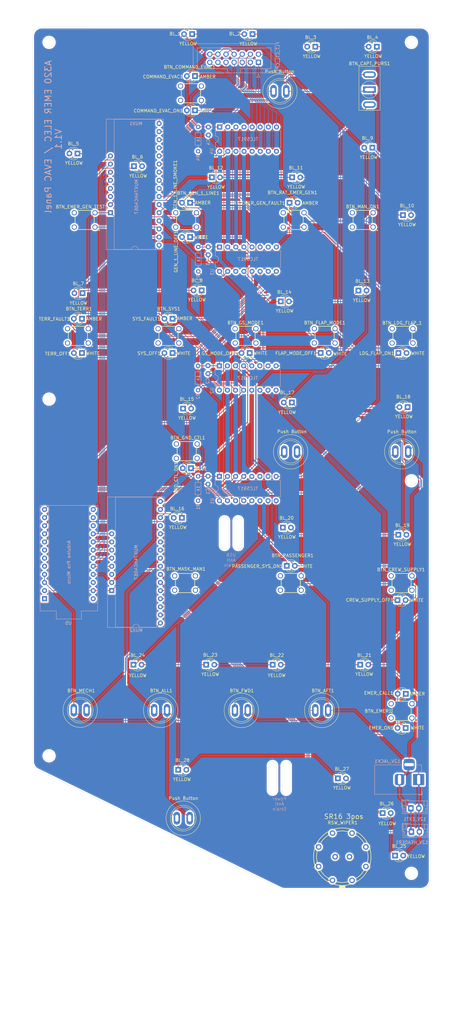
<source format=kicad_pcb>
(kicad_pcb (version 20240108) (generator "pcbnew") (generator_version "8.0")
  (title_block (title "A320 EMER ELEC / EVAC Panel ") (date "2024-12-08") (rev "V1.1") (company "S.K."))
  (layers (0 "F.Cu" signal) (31 "B.Cu" signal) (34 "B.Paste" user) (35 "F.Paste" user) (36 "B.SilkS" user "B.Silkscreen") (37 "F.SilkS" user "F.Silkscreen") (38 "B.Mask" user) (39 "F.Mask" user) (44 "Edge.Cuts" user))
  (net 0 "")
  (net 1 "GND")
  (net 2 "12V_IN")
  (net 3 "Net-(BL_1-K)")
  (net 4 "Net-(BL_2-K)")
  (net 5 "Net-(BL_3-K)")
  (net 6 "BACKLIGHT_1")
  (net 7 "Net-(BL_5-K)")
  (net 8 "Net-(BL_6-K)")
  (net 9 "Net-(BL_7-K)")
  (net 10 "BACKLIGHT_2")
  (net 11 "Net-(BL_10-A)")
  (net 12 "Net-(BL_10-K)")
  (net 13 "Net-(BL_11-K)")
  (net 14 "BACKLIGHT_3")
  (net 15 "Net-(BL_13-K)")
  (net 16 "Net-(BL_14-K)")
  (net 17 "Net-(BL_15-K)")
  (net 18 "BACKLIGHT_4")
  (net 19 "Net-(BL_17-K)")
  (net 20 "Net-(BL_18-K)")
  (net 21 "Net-(BL_19-K)")
  (net 22 "BACKLIGHT_5")
  (net 23 "Net-(BL_21-K)")
  (net 24 "Net-(BL_22-K)")
  (net 25 "Net-(BL_23-K)")
  (net 26 "BACKLIGHT_6")
  (net 27 "Net-(BL_25-K)")
  (net 28 "Net-(BL_26-K)")
  (net 29 "Net-(BL_27-K)")
  (net 30 "BACKLIGHT_7")
  (net 31 "+5V")
  (net 32 "BTN_CAPT")
  (net 33 "BTN_CAPT_PURS")
  (net 34 "COMMAND_EVAC")
  (net 35 "COMMAND_EVAC_ON")
  (net 36 "CREW_SUPPLY_OFF")
  (net 37 "EMER_ON")
  (net 38 "FLAP_MODE_OFF")
  (net 39 "ELAC1_FAULT")
  (net 40 "SEC1_FAULT")
  (net 41 "SEC1_OFF")
  (net 42 "GEN_1_LINE_OFF")
  (net 43 "GND_CTL_ON")
  (net 44 "GS_MODE_OFF")
  (net 45 "LDG_FLAP_ON")
  (net 46 "FAC1_OFF")
  (net 47 "BTN_COMMAND_EVAC")
  (net 48 "FAC1_FAULT")
  (net 50 "BTN_FAC1")
  (net 51 "MUX_S2")
  (net 52 "MUX1_DATA")
  (net 53 "BTN_TERR")
  (net 54 "MUX_S3")
  (net 55 "BTN_FLAP_MODE")
  (net 57 "BTN_MASK_MAN")
  (net 58 "BTN_PASSENGER1")
  (net 59 "BTN_LDG_FLAP")
  (net 60 "BTN_SYS")
  (net 61 "BTN_CREW_SUPPLY")
  (net 62 "BTN_GND_CTL")
  (net 63 "BTN_EMER_GEN_TEST")
  (net 64 "BTN_EMER")
  (net 65 "BTN_GEN_1_LINE")
  (net 66 "BTN_RAT_EMER_GEN")
  (net 67 "BTN_GS_MODE")
  (net 68 "BTN_MAN_ON")
  (net 69 "PASSENGER_SYS_ON")
  (net 70 "Net-(U1-R-EXT)")
  (net 71 "Net-(U2-R-EXT)")
  (net 72 "Net-(U4-R-EXT)")
  (net 73 "Net-(U3-R-EXT)")
  (net 74 "RAT_EMER_GEN_FAULT")
  (net 111 "SYS_FAULT")
  (net 112 "SYS_OFF")
  (net 113 "TERR_FAULT")
  (net 114 "TERR_OFF")
  (net 115 "MUX_S1")
  (net 116 "MUX_S0")
  (net 117 "MUX2_DATA")
  (net 118 "RSW__WIPER_SLOW")
  (net 119 "RSW__WIPER_FAST")
  (net 120 "RSW__WIPER_OFF")
  (net 121 "OSH_CLOCK")
  (net 123 "OUT_BRT_LED")
  (net 124 "ELAC1_OFF")
  (net 125 "OSH_DOUT1")
  (net 126 "OSH_LATCH")
  (net 130 "GEN_1_LINE_SMOKE")
  (net 131 "EMER_CALL")
  (net 132 "BACKLIGHT_8")
  (net 133 "OSH_DIN")
  (net 134 "BTN_SEC1")
  (net 135 "BTN_ELAC1")
  (net 136 "OSH_DOUT2")
  (net 137 "OSH_DOUT3")
  (net 138 "OUT_BRT_BACK")
  (net 139 "BTN_AFT")
  (net 140 "BTN_ALL")
  (net 141 "BTN_CVR_ERASE")
  (net 142 "BTN_CVR_TEST")
  (net 143 "BTN_FWD")
  (net 144 "BTN_HORN_SHUTOFF")
  (net 145 "BTN_MECH")
  (net 154 "BTN_RAIN_RPLNT")
  (footprint "LED_THT:LED_D3.0mm" (layer "F.Cu") (at 103.4061 118.935 180)
    (property "Reference" "BL_7")
    (property "Value" "YELLOW")
  )
  (footprint "My:SW-Push" (layer "F.Cu") (at 203.3805 168.592)
    (property "Reference" "BTN_CVR_TEST1" (hide yes))
    (property "Value" "Push Button")
  )
  (footprint "LED_THT:LED_D3.0mm" (layer "F.Cu") (at 176.3295 41.7444 180)
    (property "Reference" "BL_3")
    (property "Value" "YELLOW")
  )
  (footprint "SamacSys_Parts:B3F1000" (layer "F.Cu") (at 203.3325 209.7299)
    (property "Reference" "BTN_CREW_SUPPLY1")
    (property "Value" "B3F-1055" (hide yes))
  )
  (footprint "My:SW-Push" (layer "F.Cu") (at 102.6761 249.5418 180)
    (property "Reference" "BTN_MECH1")
    (property "Value" "Push Button" (hide yes))
  )
  (footprint "LED_THT:LED_D3.0mm" (layer "F.Cu") (at 169.0601 82.6638)
    (property "Reference" "BL_11")
    (property "Value" "YELLOW")
  )
  (footprint "LED_THT:LED_D3.0mm" (layer "F.Cu") (at 195.5827 41.7444 180)
    (property "Reference" "BL_4")
    (property "Value" "YELLOW")
  )
  (footprint "LED_THT:LED_D3.0mm" (layer "F.Cu") (at 166.1391 192.341)
    (property "Reference" "BL_20")
    (property "Value" "YELLOW")
  )
  (footprint "SamacSys_Parts:B3F1000" (layer "F.Cu") (at 154.4629 132.3107)
    (property "Reference" "BTN_GS_MODE1")
    (property "Value" "B3F-1055" (hide yes))
  )
  (footprint "LED_THT:LED_D3.0mm" (layer "F.Cu") (at 140.7187 118.0714 180)
    (property "Reference" "BL_8")
    (property "Value" "YELLOW")
  )
  (footprint "LED_THT:LED_D3.0mm" (layer "F.Cu") (at 137.3659 173.7736 180)
    (property "Reference" "GND_CTL_ON1")
    (property "Value" "BLUE")
  )
  (footprint "SamacSys_Parts:B3F1000" (layer "F.Cu") (at 179.2533 132.3107)
    (property "Reference" "BTN_FLAP_MODE1")
    (property "Value" "B3F-1055" (hide yes))
  )
  (footprint "LED_THT:LED_D3.0mm" (layer "F.Cu") (at 194.1857 73.3674 180)
    (property "Reference" "BL_9")
    (property "Value" "YELLOW")
  )
  (footprint "LED_THT:LED_D3.0mm" (layer "F.Cu") (at 142.1365 235.2924)
    (property "Reference" "BL_23")
    (property "Value" "YELLOW")
  )
  (footprint "SimPanel:T80-Z1" (layer "F.Cu") (at 193.2713 50.481)
    (property "Reference" "BTN_CAPT_PURS1")
    (property "Value" "BTN_SPDT[ON-OFF]" (hide yes))
  )
  (footprint "My:SR16-AB" (layer "F.Cu") (at 184.7623 295.4396)
    (property "Reference" "RSW_WIPER1")
    (property "Value" "SR16 3pos")
  )
  (footprint "LED_THT:LED_D3.0mm" (layer "F.Cu") (at 201.2977 295.084)
    (property "Reference" "BL_25")
    (property "Value" "YELLOW")
  )
  (footprint "LED_THT:LED_D3.0mm" (layer "F.Cu") (at 134.8925 155.0792)
    (property "Reference" "BL_15")
    (property "Value" "YELLOW")
  )
  (footprint "SamacSys_Parts:B3F1000" (layer "F.Cu") (at 168.6333 209.7146)
    (property "Reference" "BTN_PASSENGER1")
    (property "Value" "B3F-1055" (hide yes))
  )
  (footprint "LED_THT:LED_D3.0mm" (layer "F.Cu") (at 205.2143 154.622 180)
    (property "Reference" "BL_18")
    (property "Value" "YELLOW")
  )
  (footprint "SamacSys_Parts:B3F1000" (layer "F.Cu") (at 104.0665 95.9988)
    (property "Reference" "BTN_EMER_GEN_TEST1")
    (property "Value" "B3F-1055" (hide yes))
  )
  (footprint "SamacSys_Parts:B3F1000" (layer "F.Cu") (at 135.8447 95.9988)
    (property "Reference" "BTN_GEN_1_LINE1")
    (property "Value" "B3F-1055" (hide yes))
  )
  (footprint "LED_THT:LED_D3.0mm" (layer "F.Cu") (at 202.3391 137.6802)
    (property "Reference" "LDG_FLAP_ON1")
    (property "Value" "WHITE")
  )
  (footprint "My:SW-Push" (layer "F.Cu") (at 168.5825 168.6174)
    (property "Reference" "BTN_CVR_ERASE1" (hide yes))
    (property "Value" "Push Button")
  )
  (footprint "My:SW-Push" (layer "F.Cu") (at 153.1393 249.618)
    (property "Reference" "BTN_FWD1")
    (property "Value" "Push Button" (hide yes))
  )
  (footprint "SamacSys_Parts:B3F1000" (layer "F.Cu") (at 101.9611 132.3107)
    (property "Reference" "BTN_TERR1")
    (property "Value" "B3F-1055" (hide yes))
  )
  (footprint "SamacSys_Parts:B3F1000" (layer "F.Cu") (at 203.3297 249.7704)
    (property "Reference" "BTN_EMER1")
    (property "Value" "B3F-1055" (hide yes))
  )
  (footprint "My:SW-Push" (layer "F.Cu") (at 165.2297 55.7144)
    (property "Reference" "BTN_HORN_SHUTOFF1" (hide yes))
    (property "Value" "Push Button")
  )
  (footprint "LED_THT:LED_D3.0mm" (layer "F.Cu") (at 131.6001 126.936 180)
    (property "Reference" "SYS_FAULT1")
    (property "Value" "AMBER")
  )
  (footprint "SamacSys_Parts:B3F1000" (layer "F.Cu") (at 169.5251 95.9988)
    (property "Reference" "BTN_RAT_EMER_GEN1")
    (property "Value" "B3F-1055" (hide yes))
  )
  (footprint "LED_THT:LED_D3.0mm" (layer "F.Cu") (at 156.6445 37.8074 180)
    (property "Reference" "BL_2")
    (property "Value" "YELLOW")
  )
  (footprint "LED_THT:LED_D3.0mm" (layer "F.Cu") (at 204.6601 244.411 180)
    (property "Reference" "EMER_CALL1")
    (property "Value" "AMBER")
  )
  (footprint "SamacSys_Parts:B3F1000" (layer "F.Cu") (at 191.1631 95.9988)
    (property "Reference" "BTN_MAN_ON1")
    (property "Value" "B3F-1055" (hide yes))
  )
  (footprint "LED_THT:LED_D3.0mm" (layer "F.Cu") (at 177.9805 137.6548)
    (property "Reference" "FLAP_MODE_OFF1")
    (property "Value" "WHITE")
  )
  (footprint "SamacSys_Parts:B3F1000" (layer "F.Cu") (at 135.5145 209.7299)
    (property "Reference" "BTN_MASK_MAN1")
    (property "Value" "B3F-1055" (hide yes))
  )
  (footprint "LED_THT:LED_D3.0mm" (layer "F.Cu") (at 143.9395 82.6638)
    (property "Reference" "BL_12")
    (property "Value" "YELLOW")
  )
  (footprint "LED_THT:LED_D3.0mm" (layer "F.Cu") (at 197.4065 281.7744)
    (property "Reference" "BL_26")
    (property "Value" "YELLOW")
  )
  (footprint "SamacSys_Parts:B3F1000" (layer "F.Cu") (at 137.3687 56.3139)
    (property "Reference" "BTN_COMMAND_EVAC1")
    (property "Value" "B3F-1055" (hide yes))
  )
  (footprint "LED_THT:LED_D3.0mm" (layer "F.Cu") (at 202.0547 215.074)
    (property "Reference" "CREW_SUPPLY_OFF1")
    (property "Value" "WHITE")
  )
  (footprint "LED_THT:LED_D3.0mm" (layer "F.Cu") (at 137.1119 101.3582 180)
    (property "Reference" "GEN_1_LINE_OFF1")
    (property "Value" "WHITE")
  )
  (footprint "LED_THT:LED_D3.0mm" (layer "F.Cu") (at 138.6359 50.9392 180)
    (property "Reference" "COMMAND_EVAC1")
    (property "Value" "AMBER")
  )
  (footprint "LED_THT:LED_D3.0mm" (layer "F.Cu") (at 183.3857 270.9032)
    (property "Reference" "BL_27")
    (property "Value" "YELLOW")
  )
  (footprint "LED_THT:LED_D3.0mm" (layer "F.Cu") (at 134.5211 189.293 180)
    (property "Reference" "BL_16")
    (property "Value" "YELLOW")
  )
  (footprint "LED_THT:LED_D3.0mm" (layer "F.Cu") (at 103.2283 126.936 180)
    (property "Reference" "TERR_FAULT1")
    (property "Value" "AMBER")
  )
  (footprint "LED_THT:LED_D3.0mm" (layer "F.Cu") (at 101.8313 75.1962 180)
    (property "Reference" "BL_5")
    (property "Value" "YELLOW")
  )
  (footprint "My:SW-Push" (layer "F.Cu") (at 178.3173 249.618)
    (property "Reference" "BTN_AFT1")
    (property "Value" "Push Button" (hide yes))
  )
  (footprint "LED_THT:LED_D3.0mm" (layer "F.Cu") (at 137.1119 90.614 180)
    (property "Reference" "GEN_1_LINE_SMOKE1")
    (property "Value" "AMBER")
  )
  (footprint "SamacSys_Parts:B3F1000" (layer "F.Cu") (at 130.3329 132.3107)
    (property "Reference" "BTN_SYS1")
    (property "Value" "B3F-1055" (hide yes))
  )
  (footprint "LED_THT:LED_D3.0mm" (layer "F.Cu") (at 103.2283 137.6802 180)
    (property "Reference" "TERR_OFF1")
    (property "Value" "WHITE")
  )
  (footprint "LED_THT:LED_D3.0mm" (layer "F.Cu") (at 202.3087 194.6016)
    (property "Reference" "BL_19")
    (property "Value" "YELLOW")
  )
  (footprint "SamacSys_Parts:B3F1000" (layer "F.Cu") (at 136.0479 168.4041)
    (property "Reference" "BTN_GND_CTL1")
    (property "Value" "B3F-1055" (hide yes))
  )
  (footprint "LED_THT:LED_D3.0mm" (layer "F.Cu") (at 155.755 137.6802 180)
    (property "Reference" "GS_MODE_OFF1")
    (property "Value" "WHITE")
  )
  (footprint "LED_THT:LED_D3.0mm" (layer "F.Cu") (at 190.3707 235.2924)
    (property "Reference" "BL_21")
    (property "Value" "YELLOW")
  )
  (footprint "SamacSys_Parts:B3F1000" (layer "F.Cu") (at 203.6357 132.3107)
    (property "Reference" "BTN_LDG_FLAP_1")
    (property "Value" "B3F-1055" (hide yes))
  )
  (footprint "LED_THT:LED_D3.0mm" (layer "F.Cu") (at 133.3731 268.2108)
    (property "Reference" "BL_28")
    (property "Value" "YELLOW")
  )
  (footprint "LED_THT:LED_D3.0mm" (layer "F.Cu") (at 165.5041 121.5258)
    (property "Reference" "BL_14")
    (property "Value" "YELLOW")
  )
  (footprint "LED_THT:LED_D3.0mm" (layer "F.Cu") (at 168.9635 153.1742 180)
    (property "Reference" "BL_17")
    (property "Value" "YELLOW")
  )
  (footprint "LED_THT:LED_D3.0mm" (layer "F.Cu") (at 119.5255 79.184)
    (property "Reference" "BL_6")
    (property "Value" "YELLOW")
  )
  (footprint "LED_THT:LED_D3.0mm" (layer "F.Cu") (at 203.7615 94.5002)
    (property "Reference" "BL_10")
    (property "Value" "YELLOW")
  )
  (footprint "My:SW-Push" (layer "F.Cu") (at 134.9529 283.3746)
    (property "Reference" "BTN_RAIN_RPLNT1" (hide yes))
    (property "Value" "Push Button")
  )
  (footprint "My:SW-Push" (layer "F.Cu") (at 127.8729 249.5926)
    (property "Reference" "BTN_ALL1")
    (property "Value" "Push Button" (hide yes))
  )
  (footprint "LED_THT:LED_D3.0mm" (layer "F.Cu") (at 137.7469 37.8074 180)
    (property "Reference" "BL_1")
    (property "Value" "YELLOW")
  )
  (footprint "LED_THT:LED_D3.0mm" (layer "F.Cu") (at 204.6093 255.1298 180)
    (property "Reference" "EMER_ON1")
    (property "Value" "WHITE")
  )
  (footprint "LED_THT:LED_D3.0mm" (layer "F.Cu") (at 167.3633 204.3298)
    (property "Reference" "PASSENGER_SYS_ON1")
    (property "Value" "WHITE")
  )
  (footprint "LED_THT:LED_D3.0mm" (layer "F.Cu") (at 119.3527 235.2924)
    (property "Reference" "BL_24")
    (property "Value" "YELLOW")
  )
  (footprint "LED_THT:LED_D3.0mm" (layer "F.Cu") (at 168.2269 90.614)
    (property "Reference" "RAT_EMER_GEN_FAULT1")
    (property "Value" "AMBER")
  )
  (footprint "LED_THT:LED_D3.0mm" (layer "F.Cu") (at 162.9595 235.2924)
    (property "Reference" "BL_22")
    (property "Value" "YELLOW")
  )
  (footprint "LED_THT:LED_D3.0mm" (layer "F.Cu") (at 189.8119 118.1222)
    (property "Reference" "BL_13")
    (property "Value" "YELLOW")
  )
  (footprint "LED_THT:LED_D3.0mm" (layer "F.Cu") (at 138.6359 61.6834 180)
    (property "Reference" "COMMAND_EVAC_ON1")
    (property "Value" "WHITE")
  )
  (footprint "LED_THT:LED_D3.0mm" (layer "F.Cu") (at 131.6001 137.6802 180)
    (property "Reference" "SYS_OFF1")
    (property "Value" "WHITE")
  )
  (footprint "Package_DIP:DIP-16_W7.62mm" (layer "B.Cu") (at 146.25 141.7 -90)
    (property "Reference" "U2")
    (property "Value" "TLC5917")
  )
  (footprint "Package_DIP:DIP-16_W7.62mm" (layer "B.Cu") (at 146.3722 66.9 -90)
    (property "Reference" "U4")
    (property "Value" "TLC5917")
  )
  (footprint "Connector_JST:JST_EH_B2B-EH-A_1x02_P2.50mm_Vertical" (layer "B.Cu") (at 206.4177 287.6164)
    (property "Reference" "12V_HEADER1")
    (property "Value" "Pin Header 1x02" (hide yes))
  )
  (footprint "My:MUX74HC4067" (layer "B.Cu") (at 120.3034 84.6722 180)
    (property "Reference" "MUX1")
    (property "Value" "MUX74HC4067")
  )
  (footprint "Arduino:Sparkfun_Pro_Micro" (layer "B.Cu") (at 106.75 186.69 180)
    (property "Reference" "U5")
    (property "Value" "Arduino Pro Micro")
  )
  (footprint "Capacitor_THT:C_Disc_D3.0mm_W1.6mm_P2.50mm" (layer "B.Cu") (at 142.719 178.7638 90)
    (property "Reference" "C1")
    (property "Value" "0.1uF Ceramic" (hide yes))
  )
  (footprint "Resistor_THT:R_Axial_DIN0204_L3.6mm_D1.6mm_P7.62mm_Horizontal" (layer "B.Cu") (at 139.6498 112.11 90)
    (property "Reference" "R3")
    (property "Value" "1k")
  )
  (footprint "Resistor_THT:R_Axial_DIN0204_L3.6mm_D1.6mm_P7.62mm_Horizontal" (layer "B.Cu") (at 139.5948 183.94 90)
    (property "Reference" "R1")
    (property "Value" "1k")
  )
  (footprint "Capacitor_THT:C_Disc_D3.0mm_W1.6mm_P2.50mm" (layer "B.Cu") (at 142.694 144.1438 90)
    (property "Reference" "C2")
    (property "Value" "0.1uF Ceramic" (hide yes))
  )
  (footprint "Connector_JST:JST_EH_B2B-EH-A_1x02_P2.50mm_Vertical" (layer "B.Cu") (at 206.2399 280.2504)
    (property "Reference" "12V_EXT1")
    (property "Value" "Pin Header 1x02" (hide yes))
  )
  (footprint "Capacitor_THT:C_Disc_D3.0mm_W1.6mm_P2.50mm" (layer "B.Cu") (at 142.774 106.9338 90)
    (property "Reference" "C3")
    (property "Value" "0.1uF Ceramic" (hide yes))
  )
  (footprint "Resistor_THT:R_Axial_DIN0204_L3.6mm_D1.6mm_P7.62mm_Horizontal" (layer "B.Cu") (at 139.5948 74.4798 90)
    (property "Reference" "R4")
    (property "Value" "1k")
  )
  (footprint "Capacitor_THT:C_Disc_D3.0mm_W1.6mm_P2.50mm" (layer "B.Cu") (at 142.8206 69.4052 90)
    (property "Reference" "C4")
    (property "Value" "0.1uF Ceramic" (hide yes))
  )
  (footprint "Connector_IDC:IDC-Header_2x07_P2.54mm_Vertical" (layer "B.Cu") (at 158.51 46.64 90)
    (property "Reference" "FLT_CTL_CPT1")
    (property "Value" "Pin Header 2x07" (hide yes))
  )
  (footprint "Resistor_THT:R_Axial_DIN0204_L3.6mm_D1.6mm_P7.62mm_Horizontal" (layer "B.Cu") (at 139.5698 149.32 90)
    (property "Reference" "R2")
    (property "Value" "1k")
  )
  (footprint "My:MUX74HC4067" (layer "B.Cu") (at 120.71 203.02 180)
    (property "Reference" "MUX2")
    (property "Value" "MUX74HC4067")
  )
  (footprint "Package_DIP:DIP-16_W7.62mm" (layer "B.Cu") (at 146.33 104.49 -90)
    (property "Reference" "U3")
    (property "Value" "TLC5917")
  )
  (footprint "Connector_BarrelJack:BarrelJack_Horizontal" (layer "B.Cu") (at 208.6891 271.2842)
    (property "Reference" "12V_JACK1")
    (property "Value" "Power Jack" (hide yes))
  )
  (footprint "Package_DIP:DIP-16_W7.62mm" (layer "B.Cu") (at 146.275 176.32 -90)
    (property "Reference" "U1")
    (property "Value" "TLC5917")
  )
  (gr_arc (start 146.54 190.2546) (mid 147.88499 188.90958) (end 149.22998 190.2546) (stroke (width 0.05)) (layer "Edge.Cuts"))
  (gr_line (start 90.667253 35.565171) (end 209.277011 35.57577) (stroke (width 0.05)) (layer "Edge.Cuts"))
  (gr_line (start 168.52658 274.57522) (end 168.52658 266.90838) (stroke (width 0.05)) (layer "Edge.Cuts"))
  (gr_arc (start 89.4074 268.26384) (mid 88.179195 267.157279) (end 87.723645 265.568099) (stroke (width 0.05)) (layer "Edge.Cuts"))
  (gr_line (start 153.49839 197.9254) (end 153.49839 190.25856) (stroke (width 0.05)) (layer "Edge.Cuts"))
  (gr_arc (start 212.32614 302.66877) (mid 211.447457 304.790069) (end 209.32614 305.66877) (stroke (width 0.05)) (layer "Edge.Cuts"))
  (gr_line (start 165.8366 274.57918) (end 165.8366 266.90838) (stroke (width 0.05)) (layer "Edge.Cuts"))
  (gr_arc (start 209.277011 35.57577) (mid 211.430119 36.429201) (end 212.32614 38.564936) (stroke (width 0.05)) (layer "Edge.Cuts"))
  (gr_line (start 164.25817 274.57126) (end 164.25817 266.90442) (stroke (width 0.05)) (layer "Edge.Cuts"))
  (gr_line (start 149.22998 197.92144) (end 149.22998 190.2546) (stroke (width 0.05)) (layer "Edge.Cuts"))
  (gr_arc (start 168.52779 274.57522) (mid 167.1828 275.9202) (end 165.83781 274.57522) (stroke (width 0.05)) (layer "Edge.Cuts"))
  (gr_circle (center 206.4179 300.63957) (end 208.0179 300.63957) (stroke (width 0.05)) (fill none) (layer "Edge.Cuts"))
  (gr_circle (center 92.9307 152.114355) (end 94.5307 152.114355) (stroke (width 0.05)) (fill none) (layer "Edge.Cuts"))
  (gr_arc (start 149.23119 197.92144) (mid 147.8862 199.26647) (end 146.54121 197.92144) (stroke (width 0.05)) (layer "Edge.Cuts"))
  (gr_circle (center 92.9307 40.39117) (end 94.5307 40.39117) (stroke (width 0.05)) (fill none) (layer "Edge.Cuts"))
  (gr_arc (start 161.56819 266.90442) (mid 162.91318 265.5594) (end 164.25817 266.90442) (stroke (width 0.05)) (layer "Edge.Cuts"))
  (gr_line (start 161.56819 274.57522) (end 161.56819 266.90442) (stroke (width 0.05)) (layer "Edge.Cuts"))
  (gr_arc (start 153.4996 197.9254) (mid 152.15461 199.27038) (end 150.80962 197.9254) (stroke (width 0.05)) (layer "Edge.Cuts"))
  (gr_arc (start 166.708864 305.66877) (mid 166.001616 305.584203) (end 165.334232 305.335301) (stroke (width 0.05)) (layer "Edge.Cuts"))
  (gr_arc (start 165.8366 266.90838) (mid 167.18159 265.56341) (end 168.52658 266.90838) (stroke (width 0.05)) (layer "Edge.Cuts"))
  (gr_line (start 87.723645 265.568099) (end 87.7491 38.48617) (stroke (width 0.05)) (layer "Edge.Cuts"))
  (gr_line (start 209.32614 305.66877) (end 166.708864 305.66877) (stroke (width 0.05)) (layer "Edge.Cuts"))
  (gr_line (start 212.32614 38.564936) (end 212.32614 302.66877) (stroke (width 0.05)) (layer "Edge.Cuts"))
  (gr_arc (start 150.80841 190.25856) (mid 152.1534 188.91359) (end 153.49839 190.25856) (stroke (width 0.05)) (layer "Edge.Cuts"))
  (gr_circle (center 206.4179 40.393741) (end 208.0179 40.393741) (stroke (width 0.05)) (fill none) (layer "Edge.Cuts"))
  (gr_circle (center 92.9307 263.83497) (end 94.5307 263.83497) (stroke (width 0.05)) (fill none) (layer "Edge.Cuts"))
  (gr_arc (start 164.25938 274.57126) (mid 162.91439 275.91629) (end 161.5694 274.57126) (stroke (width 0.05)) (layer "Edge.Cuts"))
  (gr_arc (start 87.7491 38.48617) (mid 88.603635 36.421718) (end 90.667253 35.565171) (stroke (width 0.05)) (layer "Edge.Cuts"))
  (gr_circle (center 206.4179 177.70357) (end 208.0179 177.70357) (stroke (width 0.05)) (fill none) (layer "Edge.Cuts"))
  (gr_line (start 165.334232 305.335301) (end 89.4074 268.26384) (stroke (width 0.05)) (layer "Edge.Cuts"))
  (gr_line (start 150.80841 197.92936) (end 150.80841 190.25856) (stroke (width 0.05)) (layer "Edge.Cuts"))
  (gr_line (start 146.54 197.9254) (end 146.54 190.2546) (stroke (width 0.05)) (layer "Edge.Cuts"))
  (gr_text "Power\nAnti\nStrain" (at 165.10669 281.09785 0) (layer "B.SilkS") (effects (font (size 1 1) (thickness 0.1)) (justify bottom mirror)))
  (gr_text "USB\nAnti\nStrain" (at 149.9436 204.7326 0) (layer "B.SilkS") (effects (font (size 1 1) (thickness 0.1)) (justify bottom mirror)))
  (gr_text "${TITLE}\n${REVISION}" (at 97.0534 70.7136 90) (layer "B.SilkS") (effects (font (size 2 2) (thickness 0.25)) (justify bottom mirror)))
  (segment (start 194.4131 93.7488) (end 192.0841 96.0778) (width 0.2) (layer "F.Cu") (net 1))
  (segment (start 139.5948 66.8598) (end 142.7752 66.8598) (width 0.2) (layer "F.Cu") (net 1))
  (segment (start 107.2104 132.06) (end 131.5836 132.06) (width 0.2) (layer "F.Cu") (net 1))
  (segment (start 105.2111 130.0607) (end 107.2104 132.06) (width 0.2) (layer "F.Cu") (net 1))
  (segment (start 133.0603 252.78) (end 151.9773 252.78) (width 0.2) (layer "F.Cu") (net 1))
  (segment (start 112.15 93.74) (end 113.45 95.04) (width 0.2) (layer "F.Cu") (net 1))
  (segment (start 146.3722 66.9) (end 154.5422 58.73) (width 0.2) (layer "F.Cu") (net 1))
  (segment (start 142.694 141.6719) (end 145.1202 141.6719) (width 0.2) (layer "F.Cu") (net 1))
  (segment (start 94.05 212.09) (end 91.51 209.55) (width 0.2) (layer "F.Cu") (net 1))
  (segment (start 112.5566 212.0878) (end 119.0444 205.6) (width 0.2) (layer "F.Cu") (net 1))
  (segment (start 175.1041 96.0778) (end 172.7751 93.7488) (width 0.2) (layer "F.Cu") (net 1))
  (segment (start 188.4126 135.97) (end 207.49 135.97) (width 0.2) (layer "F.Cu") (net 1))
  (segment (start 137.8035 95.04) (end 139.0947 93.7488) (width 0.2) (layer "F.Cu") (net 1))
  (segment (start 167.2297 55.7144) (end 192.7379 55.7144) (width 0.2) (layer "F.Cu") (net 1))
  (segment (start 112.15 93.74) (end 111.0483 93.74) (width 0.2) (layer "F.Cu") (net 1))
  (segment (start 157.3879 130.0607) (end 155.1193 132.3293) (width 0.2) (layer "F.Cu") (net 1))
  (segment (start 151.9773 252.78) (end 155.1393 249.618) (width 0.2) (layer "F.Cu") (net 1))
  (segment (start 142.719 176.2919) (end 145.1452 176.2919) (width 0.2) (layer "F.Cu") (net 1))
  (segment (start 206.8857 130.0607) (end 208.31 131.485) (width 0.2) (layer "F.Cu") (net 1))
  (segment (start 165.52 58.73) (end 167.2297 57.0203) (width 0.2) (layer "F.Cu") (net 1))
  (segment (start 208.31 165.6625) (end 205.3805 168.592) (width 0.2) (layer "F.Cu") (net 1))
  (segment (start 207.49 135.97) (end 208.31 135.15) (width 0.2) (layer "F.Cu") (net 1))
  (segment (start 139.5948 176.32) (end 142.6909 176.32) (width 0.2) (layer "F.Cu") (net 1))
  (segment (start 182.5033 130.0607) (end 188.4126 135.97) (width 0.2) (layer "F.Cu") (net 1))
  (segment (start 129.8729 249.5926) (end 133.0603 252.78) (width 0.2) (layer "F.Cu") (net 1))
  (segment (start 146.275 176.32) (end 145.1733 176.32) (width 0.2) (layer "F.Cu") (net 1))
  (segment (start 208.31 131.485) (end 208.31 135.15) (width 0.2) (layer "F.Cu") (net 1))
  (segment (start 190.3355 287.6164) (end 206.4177 287.6164) (width 0.2) (layer "F.Cu") (net 1))
  (segment (start 145.1202 141.6719) (end 145.1483 141.7) (width 0.2) (layer "F.Cu") (net 1))
  (segment (start 131.5836 132.06) (end 133.5829 130.0607) (width 0.2) (layer "F.Cu") (net 1))
  (segment (start 143.0004 66.9) (end 146.3722 66.9) (width 0.2) (layer "F.Cu") (net 1))
  (segment (start 154.5422 58.73) (end 165.52 58.73) (width 0.2) (layer "F.Cu") (net 1))
  (segment (start 106.75 212.09) (end 111.4527 212.09) (width 0.2) (layer "F.Cu") (net 1))
  (segment (start 136.8846 205.6) (end 138.7645 207.4799) (width 0.2) (layer "F.Cu") (net 1))
  (segment (start 106.75 212.09) (end 94.05 212.09) (width 0.2) (layer "F.Cu") (net 1))
  (segment (start 112.5566 212.0878) (end 111.4549 212.0878) (width 0.2) (layer "F.Cu") (net 1))
  (segment (start 139.6498 104.49) (end 142.7178 104.49) (width 0.2) (layer "F.Cu") (net 1))
  (segment (start 192.0841 96.0778) (end 175.1041 96.0778) (width 0.2) (layer "F.Cu") (net 1))
  (segment (start 182.5123 295.4396) (end 190.3355 287.6164) (width 0.2) (layer "F.Cu") (net 1))
  (segment (start 107.3165 93.7488) (end 111.0395 93.7488) (width 0.2) (layer "F.Cu") (net 1))
  (segment (start 145.1452 176.2919) (end 145.1733 176.32) (width 0.2) (layer "F.Cu") (net 1))
  (segment (start 142.774 104.4338) (end 146.2738 104.4338) (width 0.2) (layer "F.Cu") (net 1))
  (segment (start 111.0395 93.7488) (end 111.0483 93.74) (width 0.2) (layer "F.Cu") (net 1))
  (segment (start 113.45 95.04) (end 137.8035 95.04) (width 0.2) (layer "F.Cu") (net 1))
  (segment (start 149.6107 132.3293) (end 155.1193 132.3293) (width 0.2) (layer "F.Cu") (net 1))
  (segment (start 111.4527 212.09) (end 111.4549 212.0878) (width 0.2) (layer "F.Cu") (net 1))
  (segment (start 208.31 135.15) (end 208.31 165.6625) (width 0.2) (layer "F.Cu") (net 1))
  (segment (start 146.25 141.7) (end 146.25 135.69) (width 0.2) (layer "F.Cu") (net 1))
  (segment (start 146.25 135.69) (end 149.6107 132.3293) (width 0.2) (layer "F.Cu") (net 1))
  (segment (start 146.25 141.7) (end 145.1483 141.7) (width 0.2) (layer "F.Cu") (net 1))
  (segment (start 119.0444 205.6) (end 136.8846 205.6) (width 0.2) (layer "F.Cu") (net 1))
  (segment (start 146.275 176.32) (end 146.275 153.001) (width 0.2) (layer "B.Cu") (net 1))
  (segment (start 171.8833 207.4646) (end 171.8833 169.9182) (width 0.2) (layer "B.Cu") (net 1))
  (segment (start 178.2353 252.7) (end 180.3173 250.618) (width 0.2) (layer "B.Cu") (net 1))
  (segment (start 141.02 174.8948) (end 139.5948 176.32) (width 0.2) (layer "B.Cu") (net 1))
  (segment (start 205.6891 266.5842) (end 205.6891 259.9228) (width 0.2) (layer "B.Cu") (net 1))
  (segment (start 139.5948 66.8598) (end 137.2959 64.5609) (width 0.2) (layer "B.Cu") (net 1))
  (segment (start 91.51 207.01) (end 91.51 209.55) (width 0.2) (layer "B.Cu") (net 1))
  (segment (start 188.7229 249.618) (end 205.6891 266.5842) (width 0.2) (layer "B.Cu") (net 1))
  (segment (start 202.6891 271.2842) (end 202.6891 276.6996) (width 0.5) (layer "B.Cu") (net 1))
  (segment (start 137.2959 64.5609) (end 137.2959 57.3867) (width 0.2) (layer "B.Cu") (net 1))
  (segment (start 161.246928 44.1) (end 158.51 44.1) (width 0.2) (layer "B.Cu") (net 1))
  (segment (start 137.2959 57.3867) (end 140.6187 54.0639) (width 0.2) (layer "B.Cu") (net 1))
  (segment (start 126.6555 252.81) (end 129.8729 249.5926) (width 0.2) (layer "B.Cu") (net 1))
  (segment (start 155.1393 249.618) (end 158.2213 252.7) (width 0.2) (layer "B.Cu") (net 1))
  (segment (start 139.2979 166.1541) (end 141.02 167.8762) (width 0.2) (layer "B.Cu") (net 1))
  (segment (start 205.6891 268.2842) (end 202.6891 271.2842) (width 0.5) (layer "B.Cu") (net 1))
  (segment (start 100.6761 249.5418) (end 103.9443 252.81) (width 0.2) (layer "B.Cu") (net 1))
  (segment (start 139.0947 93.7488) (end 140.64 95.2941) (width 0.2) (layer "B.Cu") (net 1))
  (segment (start 209.33 172.5415) (end 205.3805 168.592) (width 0.2) (layer "B.Cu") (net 1))
  (segment (start 139.5698 136.0476) (end 139.5698 141.7) (width 0.2) (layer "B.Cu") (net 1))
  (segment (start 205.6891 266.5842) (end 205.6891 268.2842) (width 0.5) (layer "B.Cu") (net 1))
  (segment (start 207.7077 248.6484) (end 207.7077 257.9042) (width 0.2) (layer "B.Cu") (net 1))
  (segment (start 141.02 167.8762) (end 141.02 174.8948) (width 0.2) (layer "B.Cu") (net 1))
  (segment (start 105.2111 130.0607) (end 105.2111 95.8542) (width 0.2) (layer "B.Cu") (net 1))
  (segment (start 206.5797 247.5204) (end 207.7407 246.3594) (width 0.2) (layer "B.Cu") (net 1))
  (segment (start 207.7407 208.6381) (end 206.5825 207.4799) (width 0.2) (layer "B.Cu") (net 1))
  (segment (start 182.5033 130.0607) (end 182.5033 103.477) (width 0.2) (layer "B.Cu") (net 1))
  (segment (start 139.5698 146.2958) (end 139.5698 141.7) (width 0.2) (layer "B.Cu") (net 1))
  (segment (start 182.5033 103.477) (end 172.7751 93.7488) (width 0.2) (layer "B.Cu") (net 1))
  (segment (start 158.2213 252.7) (end 178.2353 252.7) (width 0.2) (layer "B.Cu") (net 1))
  (segment (start 146.275 153.001) (end 139.5698 146.2958) (width 0.2) (layer "B.Cu") (net 1))
  (segment (start 171.8833 169.9182) (end 170.5825 168.6174) (width 0.2) (layer "B.Cu") (net 1))
  (segment (start 193.2713 55.181) (end 195.6127 57.5224) (width 0.2) (layer "B.Cu") (net 1))
  (segment (start 202.6891 276.6996) (end 206.2399 280.2504) (width 0.5) (layer "B.Cu") (net 1))
  (segment (start 195.6127 57.5224) (end 195.6127 92.5492) (width 0.2) (layer "B.Cu") (net 1))
  (segment (start 140.64 95.2941) (end 140.64 103.4998) (width 0.2) (layer "B.Cu") (net 1))
  (segment (start 195.6127 92.5492) (end 194.4131 93.7488) (width 0.2) (layer "B.Cu") (net 1))
  (segment (start 103.9443 252.81) (end 126.6555 252.81) (width 0.2) (layer "B.Cu") (net 1))
  (segment (start 167.2297 50.082772) (end 161.246928 44.1) (width 0.2) (layer "B.Cu") (net 1))
  (segment (start 157.7129 130.0607) (end 159.2322 131.58) (width 0.2) (layer "B.Cu") (net 1))
  (segment (start 206.2399 280.2504) (end 206.2399 287.4386) (width 0.5) (layer "B.Cu") (net 1))
  (segment (start 180.3173 249.618) (end 188.7229 249.618) (width 0.2) (layer "B.Cu") (net 1))
  (segment (start 207.7407 246.3594) (end 207.7407 208.6381) (width 0.2) (layer "B.Cu") (net 1))
  (segment (start 100.6761 218.7161) (end 91.51 209.55) (width 0.2) (layer "B.Cu") (net 1))
  (segment (start 167.2297 55.7144) (end 167.2297 50.082772) (width 0.2) (layer "B.Cu") (net 1))
  (segment (start 159.2322 131.58) (end 180.984 131.58) (width 0.2) (layer "B.Cu") (net 1))
  (segment (start 136.9529 283.3746) (end 129.8729 276.2946) (width 0.2) (layer "B.Cu") (net 1))
  (segment (start 206.5825 182.2275) (end 209.33 179.48) (width 0.2) (layer "B.Cu") (net 1))
  (segment (start 207.7077 257.9042) (end 205.6891 259.9228) (width 0.2) (layer "B.Cu") (net 1))
  (segment (start 100.6761 249.5418) (end 100.6761 218.7161) (width 0.2) (layer "B.Cu") (net 1))
  (segment (start 105.2111 95.8542) (end 107.3165 93.7488) (width 0.2) (layer "B.Cu") (net 1))
  (segment (start 140.64 103.4998) (end 139.6498 104.49) (width 0.2) (layer "B.Cu") (net 1))
  (segment (start 139.5698 141.7) (end 142.6378 141.7) (width 0.2) (layer "B.Cu") (net 1))
  (segment (start 180.984 131.58) (end 182.5033 130.0607) (width 0.2) (layer "B.Cu") (net 1))
  (segment (start 209.33 179.48) (end 209.33 172.5415) (width 0.2) (layer "B.Cu") (net 1))
  (segment (start 206.5797 247.5204) (end 207.7077 248.6484) (width 0.2) (layer "B.Cu") (net 1))
  (segment (start 206.5825 207.4799) (end 206.5825 182.2275) (width 0.2) (layer "B.Cu") (net 1))
  (segment (start 180.3173 215.8986) (end 180.3173 249.618) (width 0.2) (layer "B.Cu") (net 1))
  (segment (start 129.8729 276.2946) (end 129.8729 249.5926) (width 0.2) (layer "B.Cu") (net 1))
  (segment (start 133.5829 130.0607) (end 139.5698 136.0476) (width 0.2) (layer "B.Cu") (net 1))
  (segment (start 171.8833 207.4646) (end 180.3173 215.8986) (width 0.2) (layer "B.Cu") (net 1))
  (segment (start 208.6891 244.9891) (end 208.6891 271.2842) (width 0.2) (layer "F.Cu") (net 2))
  (segment (start 99.2913 75.1962) (end 99.2913 73.723) (width 0.2) (layer "F.Cu") (net 2))
  (segment (start 203.42 171.31) (end 209.53 177.42) (width 0.2) (layer "F.Cu") (net 2))
  (segment (start 99.2913 73.723) (end 135.2069 37.8074) (width 0.2) (layer "F.Cu") (net 2))
  (segment (start 166.4235 153.1742) (end 170.1193 156.87) (width 0.2) (layer "F.Cu") (net 2))
  (segment (start 170.1193 156.87) (end 194.56 156.87) (width 0.2) (layer "F.Cu") (net 2))
  (segment (start 192.9107 235.2924) (end 198.9924 235.2924) (width 0.2) (layer "F.Cu") (net 2))
  (segment (start 209.53 218.6731) (end 192.9107 235.2924) (width 0.2) (layer "F.Cu") (net 2))
  (segment (start 203.42 165.73) (end 203.42 171.31) (width 0.2) (layer "F.Cu") (net 2))
  (segment (start 143.27 44.1) (end 145.81 44.1) (width 0.2) (layer "F.Cu") (net 2))
  (segment (start 209.53 177.42) (end 209.53 218.6731) (width 0.2) (layer "F.Cu") (net 2))
  (segment (start 198.9924 235.2924) (end 208.6891 244.9891) (width 0.2) (layer "F.Cu") (net 2))
  (segment (start 194.56 156.87) (end 203.42 165.73) (width 0.2) (layer "F.Cu") (net 2))
  (segment (start 147.656307 42.253693) (end 160.531993 42.253693) (width 0.2) (layer "B.Cu") (net 2))
  (segment (start 179.588486 143.8) (end 192.3519 131.036586) (width 0.2) (layer "B.Cu") (net 2))
  (segment (start 141.4995 44.1) (end 143.27 44.1) (width 0.2) (layer "B.Cu") (net 2))
  (segment (start 192.3519 74.0736) (end 192.3519 118.1222) (width 0.2) (layer "B.Cu") (net 2))
  (segment (start 208.7399 280.2504) (end 208.7399 287.4386) (width 0.5) (layer "B.Cu") (net 2))
  (segment (start 166.4235 153.1742) (end 175.7977 143.8) (width 0.2) (layer "B.Cu") (net 2))
  (segment (start 208.7399 271.4608) (end 208.7399 280.2504) (width 0.5) (layer "B.Cu") (net 2))
  (segment (start 160.531993 42.253693) (end 191.6457 73.3674) (width 0.2) (layer "B.Cu") (net 2))
  (segment (start 135.2069 37.8074) (end 141.4995 44.1) (width 0.2) (layer "B.Cu") (net 2))
  (segment (start 192.3519 131.036586) (end 192.3519 118.1222) (width 0.2) (layer "B.Cu") (net 2))
  (segment (start 175.7977 143.8) (end 179.588486 143.8) (width 0.2) (layer "B.Cu") (net 2))
  (segment (start 208.9177 287.6164) (end 208.9177 290.004) (width 0.2) (layer "B.Cu") (net 2))
  (segment (start 145.81 44.1) (end 147.656307 42.253693) (width 0.2) (layer "B.Cu") (net 2))
  (segment (start 191.6457 73.3674) (end 192.3519 74.0736) (width 0.2) (layer "B.Cu") (net 2))
  (segment (start 208.9177 290.004) (end 203.8377 295.084) (width 0.2) (layer "B.Cu") (net 2))
  (segment (start 137.7469 37.8074) (end 154.1045 37.8074) (width 0.2) (layer "F.Cu") (net 3))
  (segment (start 169.8525 37.8074) (end 173.7895 41.7444) (width 0.2) (layer "F.Cu") (net 4))
  (segment (start 156.6445 37.8074) (end 169.8525 37.8074) (width 0.2) (layer "F.Cu") (net 4))
  (segment (start 193.0427 41.7444) (end 176.3295 41.7444) (width 0.2) (layer "F.Cu") (net 5))
  (segment (start 164.055 176.32) (end 172.09 176.32) (width 0.2) (layer "F.Cu") (net 6))
  (segment (start 172.09 176.32) (end 189.8 158.61) (width 0.2) (layer "F.Cu") (net 6))
  (via (at 189.82 158.59) (size 0.6) (drill 0.3) (layers "F.Cu" "B.Cu") (net 6))
  (segment (start 196.0364 43.3998) (end 195.5827 42.9461) (width 0.2) (layer "B.Cu") (net 6))
  (segment (start 195.5827 41.7444) (end 195.5827 42.9461) (width 0.2) (layer "B.Cu") (net 6))
  (segment (start 196.0364 43.3998) (end 196.0364 152.3736) (width 0.2) (layer "B.Cu") (net 6))
  (segment (start 196.0364 152.3736) (end 189.82 158.59) (width 0.2) (layer "B.Cu") (net 6))
  (segment (start 120.1115 77.23) (end 105.0668 77.23) (width 0.2) (layer "F.Cu") (net 7))
  (segment (start 105.0668 77.23) (end 103.033 75.1962) (width 0.2) (layer "F.Cu") (net 7))
  (segment (start 101.8313 75.1962) (end 103.033 75.1962) (width 0.2) (layer "F.Cu") (net 7))
  (segment (start 122.0655 79.184) (end 120.1115 77.23) (width 0.2) (layer "F.Cu") (net 7))
  (segment (start 103.33 86.63) (end 103.33 97.8453) (width 0.2) (layer "F.Cu") (net 8))
  (segment (start 118.9195 79.79) (end 110.17 79.79) (width 0.2) (layer "F.Cu") (net 8))
  (segment (start 103.33 97.8453) (end 100.8661 100.3092) (width 0.2) (layer "F.Cu") (net 8))
  (segment (start 100.8661 100.3092) (end 100.8661 118.935) (width 0.2) (layer "F.Cu") (net 8))
  (segment (start 110.17 79.79) (end 103.33 86.63) (width 0.2) (layer "F.Cu") (net 8))
  (segment (start 138.1787 118.0714) (end 104.2697 118.0714) (width 0.2) (layer "F.Cu") (net 9))
  (segment (start 104.2697 118.0714) (end 103.4061 118.935) (width 0.2) (layer "F.Cu") (net 9))
  (segment (start 158.975 176.32) (end 155.1654 172.5104) (width 0.2) (layer "B.Cu") (net 10))
  (segment (start 155.1654 141.33) (end 140.7187 126.8833) (width 0.2) (layer "B.Cu") (net 10))
  (segment (start 155.1654 172.5104) (end 155.1654 141.33) (width 0.2) (layer "B.Cu") (net 10))
  (segment (start 140.7187 126.8833) (end 140.7187 118.0714) (width 0.2) (layer "B.Cu") (net 10))
  (segment (start 206.3015 94.5002) (end 206.3015 85.4832) (width 0.2) (layer "F.Cu") (net 11))
  (segment (start 206.3015 85.4832) (end 194.1857 73.3674) (width 0.2) (layer "F.Cu") (net 11))
  (segment (start 202.5598 94.5002) (end 190.7234 82.6638) (width 0.2) (layer "F.Cu") (net 12))
  (segment (start 203.7615 94.5002) (end 202.5598 94.5002) (width 0.2) (layer "F.Cu") (net 12))
  (segment (start 190.7234 82.6638) (end 171.6001 82.6638) (width 0.2) (layer "F.Cu") (net 12))
  (segment (start 146.4795 82.6638) (end 169.0601 82.6638) (width 0.2) (layer "F.Cu") (net 13))
  (segment (start 126.66 102.62) (end 132.628629 102.62) (width 0.2) (layer "B.Cu") (net 14))
  (segment (start 150.6475 177.7275) (end 155.0275 177.7275) (width 0.2) (layer "B.Cu") (net 14))
  (segment (start 150.1 177.18) (end 150.6475 177.7275) (width 0.2) (layer "B.Cu") (net 14))
  (segment (start 140.3187 127.048986) (end 150.1 136.830286) (width 0.2) (layer "B.Cu") (net 14))
  (segment (start 136.5462 82.6638) (end 129.33 89.88) (width 0.2) (layer "B.Cu") (net 14))
  (segment (start 140.3187 127.048985) (end 140.3187 127.048986) (width 0.2) (layer "B.Cu") (net 14))
  (segment (start 143.9395 82.6638) (end 136.5462 82.6638) (width 0.2) (layer "B.Cu") (net 14))
  (segment (start 136.75 123.480285) (end 140.3187 127.048985) (width 0.2) (layer "B.Cu") (net 14))
  (segment (start 126.49 89.88) (end 125.87 90.5) (width 0.2) (layer "B.Cu") (net 14))
  (segment (start 136.75 106.741371) (end 136.75 123.480285) (width 0.2) (layer "B.Cu") (net 14))
  (segment (start 132.628629 102.62) (end 136.75 106.741371) (width 0.2) (layer "B.Cu") (net 14))
  (segment (start 129.33 89.88) (end 126.49 89.88) (width 0.2) (layer "B.Cu") (net 14))
  (segment (start 155.0275 177.7275) (end 156.435 176.32) (width 0.2) (layer "B.Cu") (net 14))
  (segment (start 150.1 136.830286) (end 150.1 177.18) (width 0.2) (layer "B.Cu") (net 14))
  (segment (start 125.87 101.83) (end 126.66 102.62) (width 0.2) (layer "B.Cu") (net 14))
  (segment (start 125.87 90.5) (end 125.87 101.83) (width 0.2) (layer "B.Cu") (net 14))
  (segment (start 186.4083 121.5258) (end 189.8119 118.1222) (width 0.2) (layer "F.Cu") (net 15))
  (segment (start 168.0441 121.5258) (end 186.4083 121.5258) (width 0.2) (layer "F.Cu") (net 15))
  (segment (start 137.4325 155.0792) (end 137.4325 139.8575) (width 0.2) (layer "F.Cu") (net 16))
  (segment (start 137.4325 139.8575) (end 158.89 118.4) (width 0.2) (layer "F.Cu") (net 16))
  (via (at 158.89 118.4) (size 0.6) (drill 0.3) (layers "F.Cu" "B.Cu") (net 16))
  (segment (start 162.0158 121.5258) (end 165.5041 121.5258) (width 0.2) (layer "B.Cu") (net 16))
  (segment (start 158.89 118.4) (end 162.0158 121.5258) (width 0.2) (layer "B.Cu") (net 16))
  (segment (start 130.7181 188.03) (end 131.9811 189.293) (width 0.2) (layer "B.Cu") (net 17))
  (segment (start 133.770186 175.395) (end 126.2822 182.882986) (width 0.2) (layer "B.Cu") (net 17))
  (segment (start 136.04 174.81) (end 135.455 175.395) (width 0.2) (layer "B.Cu") (net 17))
  (segment (start 136.04 156.2267) (end 136.04 174.81) (width 0.2) (layer "B.Cu") (net 17))
  (segment (start 135.455 175.395) (end 133.770186 175.395) (width 0.2) (layer "B.Cu") (net 17))
  (segment (start 134.8925 155.0792) (end 136.04 156.2267) (width 0.2) (layer "B.Cu") (net 17))
  (segment (start 126.2822 182.882986) (end 126.2822 186.92) (width 0.2) (layer "B.Cu") (net 17))
  (segment (start 126.2822 186.92) (end 127.3922 188.03) (width 0.2) (layer "B.Cu") (net 17))
  (segment (start 127.3922 188.03) (end 130.7181 188.03) (width 0.2) (layer "B.Cu") (net 17))
  (segment (start 152.61 184.53) (end 153.2825 185.2025) (width 0.2) (layer "F.Cu") (net 18))
  (segment (start 134.5211 185.024586) (end 137.225686 182.32) (width 0.2) (layer "F.Cu") (net 18))
  (segment (start 153.2825 185.2025) (end 155.1725 185.2025) (width 0.2) (layer "F.Cu") (net 18))
  (segment (start 151.69 182.32) (end 152.61 183.24) (width 0.2) (layer "F.Cu") (net 18))
  (segment (start 152.61 183.24) (end 152.61 184.53) (width 0.2) (layer "F.Cu") (net 18))
  (segment (start 155.1725 185.2025) (end 156.435 183.94) (width 0.2) (layer "F.Cu") (net 18))
  (segment (start 137.225686 182.32) (end 151.69 182.32) (width 0.2) (layer "F.Cu") (net 18))
  (segment (start 134.5211 189.293) (end 134.5211 185.024586) (width 0.2) (layer "F.Cu") (net 18))
  (segment (start 202.6743 154.622) (end 170.4113 154.622) (width 0.2) (layer "F.Cu") (net 19))
  (segment (start 170.4113 154.622) (end 168.9635 153.1742) (width 0.2) (layer "F.Cu") (net 19))
  (segment (start 203.76 193.5129) (end 204.8487 194.6016) (width 0.2) (layer "B.Cu") (net 20))
  (segment (start 205.2143 154.622) (end 203.76 156.0763) (width 0.2) (layer "B.Cu") (net 20))
  (segment (start 203.76 156.0763) (end 203.76 193.5129) (width 0.2) (layer "B.Cu") (net 20))
  (segment (start 202.3087 194.6016) (end 170.9397 194.6016) (width 0.2) (layer "F.Cu") (net 21))
  (segment (start 170.9397 194.6016) (end 168.6791 192.341) (width 0.2) (layer "F.Cu") (net 21))
  (segment (start 164.055 183.94) (end 164.055 190.2569) (width 0.2) (layer "B.Cu") (net 22))
  (segment (start 164.055 190.2569) (end 166.1391 192.341) (width 0.2) (layer "B.Cu") (net 22))
  (segment (start 165.4995 235.2924) (end 190.3707 235.2924) (width 0.2) (layer "F.Cu") (net 23))
  (segment (start 144.6765 235.2924) (end 162.9595 235.2924) (width 0.2) (layer "B.Cu") (net 24))
  (segment (start 121.8927 235.2924) (end 142.1365 235.2924) (width 0.2) (layer "F.Cu") (net 25))
  (segment (start 119.896915 235.2924) (end 158.975 196.214315) (width 0.2) (layer "B.Cu") (net 26))
  (segment (start 158.975 196.214315) (end 158.975 183.94) (width 0.2) (layer "B.Cu") (net 26))
  (segment (start 199.9465 293.7328) (end 201.2977 295.084) (width 0.2) (layer "B.Cu") (net 27))
  (segment (start 199.9465 281.7744) (end 199.9465 293.7328) (width 0.2) (layer "B.Cu") (net 27))
  (segment (start 185.9257 270.9032) (end 196.2048 281.1823) (width 0.2) (layer "F.Cu") (net 28))
  (segment (start 197.4065 281.7744) (end 196.2048 281.7744) (width 0.2) (layer "F.Cu") (net 28))
  (segment (start 196.2048 281.1823) (end 196.2048 281.7744) (width 0.2) (layer "F.Cu") (net 28))
  (segment (start 135.9131 268.2108) (end 140.3839 263.74) (width 0.2) (layer "B.Cu") (net 29))
  (segment (start 140.3839 263.74) (end 176.2225 263.74) (width 0.2) (layer "B.Cu") (net 29))
  (segment (start 176.2225 263.74) (end 183.3857 270.9032) (width 0.2) (layer "B.Cu") (net 29))
  (segment (start 133.3731 268.2108) (end 133.3731 222.3819) (width 0.2) (layer "B.Cu") (net 30))
  (segment (start 161.515 194.24) (end 161.515 183.94) (width 0.2) (layer "B.Cu") (net 30))
  (segment (start 133.3731 222.3819) (end 161.515 194.24) (width 0.2) (layer "B.Cu") (net 30))
  (segment (start 207.7725 213.9175) (end 206.616 215.074) (width 0.2) (layer "F.Cu") (net 31))
  (segment (start 139.8161 178.7638) (end 134.8259 173.7736) (width 0.2) (layer "F.Cu") (net 31))
  (segment (start 142.774 108.554) (end 146.33 112.11) (width 0.2) (layer "F.Cu") (net 31))
  (segment (start 147.55 143.0938) (end 146.5 144.1438) (width 0.2) (layer "F.Cu") (net 31))
  (segment (start 146.275 183.94) (end 148.815 186.48) (width 0.2) (layer "F.Cu") (net 31))
  (segment (start 181.8053 136.37) (end 203.5689 136.37) (width 0.2) (layer "F.Cu") (net 31))
  (segment (start 148.815 186.48) (end 152.0535 186.48) (width 0.2) (layer "F.Cu") (net 31))
  (segment (start 142.774 106.9338) (end 142.774 108.554) (width 0.2) (layer "F.Cu") (net 31))
  (segment (start 100.6883 137.6802) (end 102.1581 139.15) (width 0.2) (layer "F.Cu") (net 31))
  (segment (start 169.9033 204.3298) (end 201.0998 204.3298) (width 0.2) (layer "F.Cu") (net 31))
  (segment (start 142.694 144.1438) (end 146.5 144.1438) (width 0.2) (layer "F.Cu") (net 31))
  (segment (start 102.3243 125.3) (end 127.4241 125.3) (width 0.2) (layer "F.Cu") (net 31))
  (segment (start 207.7725 211.0025) (end 207.7725 213.9175) (width 0.2) (layer "F.Cu") (net 31))
  (segment (start 100.6883 126.936) (end 102.3243 125.3) (width 0.2) (layer "F.Cu") (net 31))
  (segment (start 102.1581 139.15) (end 127.5903 139.15) (width 0.2) (layer "F.Cu") (net 31))
  (segment (start 147.55 140.49) (end 147.55 143.0938) (width 0.2) (layer "F.Cu") (net 31))
  (segment (start 153.215 137.6802) (end 150.3598 137.6802) (width 0.2) (layer "F.Cu") (net 31))
  (segment (start 127.5903 139.15) (end 129.0601 137.6802) (width 0.2) (layer "F.Cu") (net 31))
  (segment (start 133.8279 89.87) (end 134.5719 90.614) (width 0.2) (layer "F.Cu") (net 31))
  (segment (start 180.5205 137.6548) (end 181.8053 136.37) (width 0.2) (layer "F.Cu") (net 31))
  (segment (start 142.719 178.7638) (end 139.8161 178.7638) (width 0.2) (layer "F.Cu") (net 31))
  (segment (start 112.15 91.2) (end 113.48 89.87) (width 0.2) (layer "F.Cu") (net 31))
  (segment (start 113.48 89.87) (end 133.8279 89.87) (width 0.2) (layer "F.Cu") (net 31))
  (segment (start 150.3598 137.6802) (end 147.55 140.49) (width 0.2) (layer "F.Cu") (net 31))
  (segment (start 127.4241 125.3) (end 129.0601 126.936) (width 0.2) (layer "F.Cu") (net 31))
  (segment (start 206.616 215.074) (end 204.5947 215.074) (width 0.2) (layer "F.Cu") (net 31))
  (segment (start 152.0535 186.48) (end 169.9033 204.3298) (width 0.2) (layer "F.Cu") (net 31))
  (segment (start 203.5689 136.37) (end 204.8791 137.6802) (width 0.2) (layer "F.Cu") (net 31))
  (segment (start 202.1201 244.411) (end 202.1201 255.079) (width 0.2) (layer "F.Cu") (net 31))
  (segment (start 201.0998 204.3298) (end 207.7725 211.0025) (width 0.2) (layer "F.Cu") (net 31))
  (segment (start 141.6851 45.35) (end 157.22 45.35) (width 0.2) (layer "B.Cu") (net 31))
  (segment (start 145.2095 83.6789) (end 143.2778 85.6106) (width 0.2) (layer "B.Cu") (net 31))
  (segment (start 146.25 149.32) (end 146.25 148.2183) (width 0.2) (layer "B.Cu") (net 31))
  (segment (start 146.33 112.345686) (end 153.24 119.255686) (width 0.2) (layer "B.Cu") (net 31))
  (segment (start 136.0959 61.6834) (end 136.0959 66.7859) (width 0.2) (layer "B.Cu") (net 31))
  (segment (start 136.1579 92.2) (end 139.48 92.2) (width 0.2) (layer "B.Cu") (net 31))
  (segment (start 146.3722 74.52) (end 145.2095 75.6827) (width 0.2) (layer "B.Cu") (net 31))
  (segment (start 136.0959 50.9392) (end 141.6851 45.35) (width 0.2) (layer "B.Cu") (net 31))
  (segment (start 157.22 45.35) (end 158.51 46.64) (width 0.2) (layer "B.Cu") (net 31))
  (segment (start 144.34 139.05) (end 144.34 142.4978) (width 0.2) (layer "B.Cu") (net 31))
  (segment (start 136.0959 66.7859) (end 138.7152 69.4052) (width 0.2) (layer "B.Cu") (net 31))
  (segment (start 129.0601 137.6802) (end 129.0601 159.9701) (width 0.2) (layer "B.Cu") (net 31))
  (segment (start 146.275 182.8383) (end 142.719 179.2823) (width 0.2) (layer "B.Cu") (net 31))
  (segment (start 139.5753 85.6106) (end 134.5719 90.614) (width 0.2) (layer "B.Cu") (net 31))
  (segment (start 106.75 207.01) (end 110.0188 207.01) (width 0.2) (layer "B.Cu") (net 31))
  (segment (start 129.0601 159.9701) (end 134.8259 165.7359) (width 0.2) (layer "B.Cu") (net 31))
  (segment (start 178.9257 136.06) (end 180.5205 137.6548) (width 0.2) (layer "B.Cu") (net 31))
  (segment (start 202.1201 244.411) (end 202.1201 217.5486) (width 0.2) (layer "B.Cu") (net 31))
  (segment (start 153.215 137.6802) (end 154.8352 136.06) (width 0.2) (layer "B.Cu") (net 31))
  (segment (start 154.8352 136.06) (end 178.9257 136.06) (width 0.2) (layer "B.Cu") (net 31))
  (segment (start 145.2095 75.6827) (end 145.2095 83.6789) (width 0.2) (layer "B.Cu") (net 31))
  (segment (start 141.04 105.1998) (end 142.774 106.9338) (width 0.2) (layer "B.Cu") (net 31))
  (segment (start 130.6441 128.52) (end 133.81 128.52) (width 0.2) (layer "B.Cu") (net 31))
  (segment (start 158.51 46.64) (end 158.51 56.51157) (width 0.2) (layer "B.Cu") (net 31))
  (segment (start 134.8259 173.7736) (end 125.8822 182.7173) (width 0.2) (layer "B.Cu") (net 31))
  (segment (start 146.3722 74.52) (end 146.3722 73.4183) (width 0.2) (layer "B.Cu") (net 31))
  (segment (start 134.8259 165.7359) (end 134.8259 173.7736) (width 0.2) (layer "B.Cu") (net 31))
  (segment (start 100.6883 137.6802) (end 100.6883 126.936) (width 0.2) (layer "B.Cu") (net 31))
  (segment (start 134.5719 90.614) (end 136.1579 92.2) (width 0.2) (layer "B.Cu") (net 31))
  (segment (start 202.1201 217.5486) (end 204.5947 215.074) (width 0.2) (layer "B.Cu") (net 31))
  (segment (start 133.81 128.52) (end 144.34 139.05) (width 0.2) (layer "B.Cu") (net 31))
  (segment (start 129.0601 126.936) (end 130.6441 128.52) (width 0.2) (layer "B.Cu") (net 31))
  (segment (start 139.48 92.2) (end 141.04 93.76) (width 0.2) (layer "B.Cu") (net 31))
  (segment (start 158.51 56.51157) (end 165.5846 63.58617) (width 0.2) (layer "B.Cu") (net 31))
  (segment (start 142.774 106.9338) (end 140.1475 106.9338) (width 0.2) (layer "B.Cu") (net 31))
  (segment (start 138.7152 69.4052) (end 142.8206 69.4052) (width 0.2) (layer "B.Cu") (net 31))
  (segment (start 146.25 148.2183) (end 142.694 144.6623) (width 0.2) (layer "B.Cu") (net 31))
  (segment (start 165.5846 85.4317) (end 170.7669 90.614) (width 0.2) (layer "B.Cu") (net 31))
  (segment (start 110.0188 207.01) (end 112.5566 209.5478) (width 0.2) (layer "B.Cu") (net 31))
  (segment (start 136.0959 50.9392) (end 136.0959 61.6834) (width 0.2) (layer "B.Cu") (net 31))
  (segment (start 165.5846 63.58617) (end 165.5846 85.4317) (width 0.2) (layer "B.Cu") (net 31))
  (segment (start 141.04 105.1998) (end 141.04 93.76) (width 0.2) (layer "B.Cu") (net 31))
  (segment (start 140.1475 106.9338) (end 134.5719 101.3582) (width 0.2) (layer "B.Cu") (net 31))
  (segment (start 153.24 119.255686) (end 153.215 119.280686) (width 0.2) (layer "B.Cu") (net 31))
  (segment (start 144.34 142.4978) (end 142.694 144.1438) (width 0.2) (layer "B.Cu") (net 31))
  (segment (start 143.2778 85.6106) (end 139.5753 85.6106) (width 0.2) (layer "B.Cu") (net 31))
  (segment (start 125.8822 182.7173) (end 125.8822 196.2222) (width 0.2) (layer "B.Cu") (net 31))
  (segment (start 153.215 119.280686) (end 153.215 137.6802) (width 0.2) (layer "B.Cu") (net 31))
  (segment (start 112.5566 209.5478) (end 125.8822 196.2222) (width 0.2) (layer "B.Cu") (net 31))
  (segment (start 146.275 183.94) (end 146.275 182.8383) (width 0.2) (layer "B.Cu") (net 31))
  (segment (start 142.8206 69.8667) (end 146.3722 73.4183) (width 0.2) (layer "B.Cu") (net 31))
  (segment (start 172.14 81.04) (end 127.39 81.04) (width 0.2) (layer "F.Cu") (net 32))
  (segment (start 193.2713 59.9087) (end 172.14 81.04) (width 0.2) (layer "F.Cu") (net 32))
  (segment (start 164.99 57.52) (end 164.18 58.33) (width 0.2) (layer "F.Cu") (net 33))
  (segment (start 193.2713 50.481) (end 168.179 50.481) (width 0.2) (layer "F.Cu") (net 33))
  (segment (start 168.179 50.481) (end 164.99 53.67) (width 0.2) (layer "F.Cu") (net 33))
  (segment (start 129.17085 77.82085) (end 128.4917 78.5) (width 0.2) (layer "F.Cu") (net 33))
  (segment (start 164.99 53.67) (end 164.99 57.52) (width 0.2) (layer "F.Cu") (net 33))
  (segment (start 128.4917 78.5) (end 127.39 78.5) (width 0.2) (layer "F.Cu") (net 33))
  (segment (start 129.17085 75.811193) (end 129.17085 77.82085) (width 0.2) (layer "F.Cu") (net 33))
  (segment (start 146.652044 58.33) (end 164.18 58.33) (width 0.2) (layer "F.Cu") (net 33))
  (segment (start 129.17085 75.811193) (end 146.652044 58.33) (width 0.2) (layer "F.Cu") (net 33))
  (segment (start 156.5322 66.9) (end 156.5322 58.493572) (width 0.2) (layer "B.Cu") (net 34))
  (segment (start 156.5322 58.493572) (end 148.977828 50.9392) (width 0.2) (layer "B.Cu") (net 34))
  (segment (start 148.977828 50.9392) (end 138.6359 50.9392) (width 0.2) (layer "B.Cu") (net 34))
  (segment (start 155.3 64.65) (end 155.3 73.2878) (width 0.2) (layer "B.Cu") (net 35))
  (segment (start 138.6359 61.6834) (end 152.3334 61.6834) (width 0.2) (layer "B.Cu") (net 35))
  (segment (start 152.3334 61.6834) (end 155.3 64.65) (width 0.2) (layer "B.Cu") (net 35))
  (segment (start 155.3 73.2878) (end 156.5322 74.52) (width 0.2) (layer "B.Cu") (net 35))
  (segment (start 202.0547 215.074) (end 200.9547 215.074) (width 0.2) (layer "B.Cu") (net 36))
  (segment (start 164.03 153.18) (end 164.03 149.32) (width 0.2) (layer "B.Cu") (net 36))
  (segment (start 198.34 212.4593) (end 198.34 187.49) (width 0.2) (layer "B.Cu") (net 36))
  (segment (start 198.34 187.49) (end 164.03 153.18) (width 0.2) (layer "B.Cu") (net 36))
  (segment (start 200.9547 215.074) (end 198.34 212.4593) (width 0.2) (layer "B.Cu") (net 36))
  (segment (start 197.53 187.9) (end 158.95 149.32) (width 0.2) (layer "B.Cu") (net 37))
  (segment (start 203.0895 253.61) (end 199.46 253.61) (width 0.2) (layer "B.Cu") (net 37))
  (segment (start 199.46 253.61) (end 197.53 251.68) (width 0.2) (layer "B.Cu") (net 37))
  (segment (start 204.6093 255.1298) (end 203.0895 253.61) (width 0.2) (layer "B.Cu") (net 37))
  (segment (start 197.53 251.68) (end 197.53 187.9) (width 0.2) (layer "B.Cu") (net 37))
  (segment (start 161.49 141.7) (end 165.5352 137.6548) (width 0.2) (layer "F.Cu") (net 38))
  (segment (start 165.5352 137.6548) (end 177.9805 137.6548) (width 0.2) (layer "F.Cu") (net 38))
  (segment (start 145.392843 48.762843) (end 143.27 46.64) (width 0.2) (layer "B.Cu") (net 39))
  (segment (start 157.9722 59.367886) (end 147.367157 48.762843) (width 0.2) (layer "B.Cu") (net 39))
  (segment (start 159.0722 74.52) (end 157.9722 73.42) (width 0.2) (layer "B.Cu") (net 39))
  (segment (start 157.9722 73.42) (end 157.9722 59.367886) (width 0.2) (layer "B.Cu") (net 39))
  (segment (start 147.367157 48.762843) (end 145.392843 48.762843) (width 0.2) (layer "B.Cu") (net 39))
  (segment (start 148.35 48.614314) (end 148.35 46.64) (width 0.2) (layer "B.Cu") (net 40))
  (segment (start 161.6122 74.52) (end 160.3422 73.25) (width 0.2) (layer "B.Cu") (net 40))
  (segment (start 160.3422 60.606514) (end 148.35 48.614314) (width 0.2) (layer "B.Cu") (net 40))
  (segment (start 160.3422 73.25) (end 160.3422 60.606514) (width 0.2) (layer "B.Cu") (net 40))
  (segment (start 150.96 50.658628) (end 161.6122 61.310828) (width 0.2) (layer "B.Cu") (net 41))
  (segment (start 150.96 46.71) (end 150.96 50.658628) (width 0.2) (layer "B.Cu") (net 41))
  (segment (start 161.6122 61.310828) (end 161.6122 66.9) (width 0.2) (layer "B.Cu") (net 41))
  (segment (start 137.1119 101.3582) (end 153.3582 101.3582) (width 0.2) (layer "F.Cu") (net 42))
  (segment (start 153.3582 101.3582) (end 156.49 104.49) (width 0.2) (layer "F.Cu") (net 42))
  (segment (start 153.28 140.37) (end 155.08 140.37) (width 0.2) (layer "F.Cu") (net 43))
  (segment (start 152.57 142.77) (end 152.57 141.08) (width 0.2) (layer "F.Cu") (net 43))
  (segment (start 152.57 141.08) (end 153.28 140.37) (width 0.2) (layer "F.Cu") (net 43))
  (segment (start 155.08 140.37) (end 156.41 141.7) (width 0.2) (layer "F.Cu") (net 43))
  (segment (start 155.14 145.34) (end 152.57 142.77) (width 0.2) (layer "F.Cu") (net 43))
  (segment (start 155.14 149.34) (end 155.14 145.34) (width 0.2) (layer "F.Cu") (net 43))
  (segment (start 137.3659 173.7736) (end 140.6064 173.7736) (width 0.2) (layer "F.Cu") (net 43))
  (segment (start 155.1 149.38) (end 155.14 149.34) (width 0.2) (layer "F.Cu") (net 43))
  (segment (start 155.1 159.28) (end 155.1 149.38) (width 0.2) (layer "F.Cu") (net 43))
  (segment (start 140.6064 173.7736) (end 155.1 159.28) (width 0.2) (layer "F.Cu") (net 43))
  (segment (start 155.755 138.505) (end 158.95 141.7) (width 0.2) (layer "B.Cu") (net 44))
  (segment (start 155.755 137.6802) (end 155.755 138.505) (width 0.2) (layer "B.Cu") (net 44))
  (segment (start 198.3193 141.7) (end 202.3391 137.6802) (width 0.2) (layer "F.Cu") (net 45))
  (segment (start 164.03 141.7) (end 198.3193 141.7) (width 0.2) (layer "F.Cu") (net 45))
  (segment (start 155.97 54.537256) (end 164.1522 62.719456) (width 0.2) (layer "B.Cu") (net 46))
  (segment (start 155.97 46.64) (end 155.97 54.537256) (width 0.2) (layer "B.Cu") (net 46))
  (segment (start 164.1522 62.719456) (end 164.1522 66.9) (width 0.2) (layer "B.Cu") (net 46))
  (segment (start 140.6187 62.1006) (end 134.3793 68.34) (width 0.2) (layer "F.Cu") (net 47))
  (segment (start 140.6187 58.5639) (end 140.6187 62.1006) (width 0.2) (layer "F.Cu") (net 47))
  (segment (start 134.3793 68.34) (end 127.39 68.34) (width 0.2) (layer "F.Cu") (net 47))
  (segment (start 153.43 52.562942) (end 153.43 46.64) (width 0.2) (layer "B.Cu") (net 48))
  (segment (start 162.8822 73.25) (end 162.8822 62.015142) (width 0.2) (layer "B.Cu") (net 48))
  (segment (start 162.8822 62.015142) (end 153.43 52.562942) (width 0.2) (layer "B.Cu") (net 48))
  (segment (start 164.1522 74.52) (end 162.8822 73.25) (width 0.2) (layer "B.Cu") (net 48))
  (segment (start 154.7 45.37) (end 154.7 54.3) (width 0.2) (layer "F.Cu") (net 50))
  (segment (start 130.430671 73.42) (end 127.39 73.42) (width 0.2) (layer "F.Cu") (net 50))
  (segment (start 153.6856 55.3144) (end 148.536271 55.3144) (width 0.2) (layer "F.Cu") (net 50))
  (segment (start 154.7 54.3) (end 153.6856 55.3144) (width 0.2) (layer "F.Cu") (net 50))
  (segment (start 148.536271 55.3144) (end 130.430671 73.42) (width 0.2) (layer "F.Cu") (net 50))
  (segment (start 155.97 44.1) (end 154.7 45.37) (width 0.2) (layer "F.Cu") (net 50))
  (segment (start 106.75 199.39) (end 111.4527 199.39) (width 0.2) (layer "F.Cu") (net 51))
  (segment (start 111.4527 199.39) (end 111.4549 199.3878) (width 0.2) (layer "F.Cu") (net 51))
  (segment (start 112.5566 199.3878) (end 111.4549 199.3878) (width 0.2) (layer "F.Cu") (net 51))
  (segment (start 112.15 81.04) (end 109.59 83.6) (width 0.2) (layer "B.Cu") (net 51))
  (segment (start 109.59 196.55) (end 106.75 199.39) (width 0.2) (layer "B.Cu") (net 51))
  (segment (start 109.59 83.6) (end 109.59 196.55) (width 0.2) (layer "B.Cu") (net 51))
  (segment (start 112.15 75.96) (end 108.79 79.32) (width 0.2) (layer "B.Cu") (net 52))
  (segment (start 108.79 184.65) (end 106.75 186.69) (width 0.2) (layer "B.Cu") (net 52))
  (segment (start 108.79 79.32) (end 108.79 184.65) (width 0.2) (layer "B.Cu") (net 52))
  (segment (start 118.7173 101.36) (end 127.39 101.36) (width 0.2) (layer "F.Cu") (net 53))
  (segment (start 103.39365 116.68365) (end 118.7173 101.36) (width 0.2) (layer "F.Cu") (net 53))
  (segment (start 99.01 128.3596) (end 99.01 124.22) (width 0.2) (layer "F.Cu") (net 53))
  (segment (start 102.2061 117.8712) (end 103.39365 116.68365) (width 0.2) (layer "F.Cu") (net 53))
  (segment (start 102.2015 117.8758) (end 103.39365 116.68365) (width 0.2) (layer "F.Cu") (net 53))
  (segment (start 102.2061 121.0239) (end 102.2061 117.8712) (width 0.2) (layer "F.Cu") (net 53))
  (segment (start 105.2111 134.5607) (end 99.01 128.3596) (width 0.2) (layer "F.Cu") (net 53))
  (segment (start 99.01 124.22) (end 102.2061 121.0239) (width 0.2) (layer "F.Cu") (net 53))
  (segment (start 106.75 196.85) (end 111.4527 196.85) (width 0.2) (layer "F.Cu") (net 54))
  (segment (start 112.5566 196.8478) (end 111.4549 196.8478) (width 0.2) (layer "F.Cu") (net 54))
  (segment (start 111.4527 196.85) (end 111.4549 196.8478) (width 0.2) (layer "F.Cu") (net 54))
  (segment (start 106.75 196.85) (end 109.19 194.41) (width 0.2) (layer "B.Cu") (net 54))
  (segment (start 109.19 194.41) (end 109.19 81.46) (width 0.2) (layer "B.Cu") (net 54))
  (segment (start 109.19 81.46) (end 112.15 78.5) (width 0.2) (layer "B.Cu") (net 54))
  (segment (start 127.39 93.74) (end 128.91 92.22) (width 0.2) (layer "F.Cu") (net 55))
  (segment (start 162.935686 106.48) (end 166.8441 110.388414) (width 0.2) (layer "F.Cu") (net 55))
  (segment (start 128.91 92.22) (end 154.988628 92.22) (width 0.2) (layer "F.Cu") (net 55))
  (segment (start 166.8441 123.7841) (end 175.88 132.82) (width 0.2) (layer "F.Cu") (net 55))
  (segment (start 159.11 106.48) (end 162.935686 106.48) (width 0.2) (layer "F.Cu") (net 55))
  (segment (start 166.8441 110.388414) (end 166.8441 123.7841) (width 0.2) (layer "F.Cu") (net 55))
  (segment (start 157.69 105.06) (end 159.11 106.48) (width 0.2) (layer "F.Cu") (net 55))
  (segment (start 180.7626 132.82) (end 182.5033 134.5607) (width 0.2) (layer "F.Cu") (net 55))
  (segment (start 154.988628 92.22) (end 157.69 94.921372) (width 0.2) (layer "F.Cu") (net 55))
  (segment (start 157.69 94.921372) (end 157.69 105.06) (width 0.2) (layer "F.Cu") (net 55))
  (segment (start 175.88 132.82) (end 180.7626 132.82) (width 0.2) (layer "F.Cu") (net 55))
  (segment (start 140.43 210.3144) (end 138.7645 211.9799) (width 0.2) (layer "F.Cu") (net 57))
  (segment (start 127.7966 199.3878) (end 134.616528 199.3878) (width 0.2) (layer "F.Cu") (net 57))
  (segment (start 140.43 205.201272) (end 140.43 210.3144) (width 0.2) (layer "F.Cu") (net 57))
  (segment (start 134.616528 199.3878) (end 140.43 205.201272) (width 0.2) (layer "F.Cu") (net 57))
  (segment (start 127.7966 196.8478) (end 132.642214 196.8478) (width 0.2) (layer "F.Cu") (net 58))
  (segment (start 146.136114 210.3417) (end 170.2604 210.3417) (width 0.2) (layer "F.Cu") (net 58))
  (segment (start 132.642214 196.8478) (end 146.136114 210.3417) (width 0.2) (layer "F.Cu") (net 58))
  (segment (start 170.2604 210.3417) (end 171.8833 211.9646) (width 0.2) (layer "F.Cu") (net 58))
  (segment (start 203.12 130.795) (end 203.12 123.73) (width 0.2) (layer "F.Cu") (net 59))
  (segment (start 179.23 99.84) (end 163.74 99.84) (width 0.2) (layer "F.Cu") (net 59))
  (segment (start 152.56 88.66) (end 127.39 88.66) (width 0.2) (layer "F.Cu") (net 59))
  (segment (start 203.12 123.73) (end 179.23 99.84) (width 0.2) (layer "F.Cu") (net 59))
  (segment (start 163.74 99.84) (end 152.56 88.66) (width 0.2) (layer "F.Cu") (net 59))
  (segment (start 206.8857 134.5607) (end 203.12 130.795) (width 0.2) (layer "F.Cu") (net 59))
  (segment (start 127.39 103.9) (end 127.39 128.3678) (width 0.2) (layer "B.Cu") (net 60))
  (segment (start 127.39 128.3678) (end 133.5829 134.5607) (width 0.2) (layer "B.Cu") (net 60))
  (segment (start 130.6679 194.3078) (end 127.7966 194.3078) (width 0.2) (layer "F.Cu") (net 61))
  (segment (start 206.5825 211.9799) (end 204.5443 209.9417) (width 0.2) (layer "F.Cu") (net 61))
  (segment (start 204.5443 209.9417) (end 146.3018 209.9417) (width 0.2) (layer "F.Cu") (net 61))
  (segment (start 146.3018 209.9417) (end 130.6679 194.3078) (width 0.2) (layer "F.Cu") (net 61))
  (segment (start 139.2979 174.4521) (end 139.2979 170.6541) (width 0.2) (layer "B.Cu") (net 62))
  (segment (start 129.6022 184.1478) (end 139.2979 174.4521) (width 0.2) (layer "B.Cu") (net 62))
  (segment (start 127.7966 184.1478) (end 129.6022 184.1478) (width 0.2) (layer "B.Cu") (net 62))
  (segment (start 126.8188 98.2488) (end 127.39 98.82) (width 0.2) (layer "F.Cu") (net 63))
  (segment (start 107.3165 98.2488) (end 126.8188 98.2488) (width 0.2) (layer "F.Cu") (net 63))
  (segment (start 129.32797 211.07917) (end 127.7966 209.5478) (width 0.2) (layer "F.Cu") (net 64))
  (segment (start 170.98 253.574144) (end 170.98 253.51) (width 0.2) (layer "F.Cu") (net 64))
  (segment (start 170.98 253.51) (end 170.915856 253.51) (width 0.2) (layer "F.Cu") (net 64))
  (segment (start 205.62 257.12) (end 174.525856 257.12) (width 0.2) (layer "F.Cu") (net 64))
  (segment (start 206.5797 256.1603) (end 205.62 257.12) (width 0.2) (layer "F.Cu") (net 64))
  (segment (start 170.915856 253.51) (end 129.32797 211.922114) (width 0.2) (layer "F.Cu") (net 64))
  (segment (start 174.525856 257.12) (end 170.98 253.574144) (width 0.2) (layer "F.Cu") (net 64))
  (segment (start 129.32797 211.922114) (end 129.32797 211.07917) (width 0.2) (layer "F.Cu") (net 64))
  (segment (start 206.5797 252.0204) (end 206.5797 256.1603) (width 0.2) (layer "F.Cu") (net 64))
  (segment (start 127.39 91.2) (end 134.4388 98.2488) (width 0.2) (layer "B.Cu") (net 65))
  (segment (start 134.4388 98.2488) (end 139.0947 98.2488) (width 0.2) (layer "B.Cu") (net 65))
  (segment (start 129.53 88.26) (end 158.76 88.26) (width 0.2) (layer "F.Cu") (net 66))
  (segment (start 158.76 88.26) (end 168.7488 98.2488) (width 0.2) (layer "F.Cu") (net 66))
  (segment (start 168.7488 98.2488) (end 172.7751 98.2488) (width 0.2) (layer "F.Cu") (net 66))
  (segment (start 127.39 86.12) (end 129.53 88.26) (width 0.2) (layer "F.Cu") (net 66))
  (segment (start 145.01 108.93) (end 139.504314 108.93) (width 0.2) (layer "B.Cu") (net 67))
  (segment (start 153.64 130.4878) (end 153.64 119.09) (width 0.2) (layer "B.Cu") (net 67))
  (segment (start 157.7129 134.5607) (end 153.64 130.4878) (width 0.2) (layer "B.Cu") (net 67))
  (segment (start 147.58 111.5) (end 145.01 108.93) (width 0.2) (layer "B.Cu") (net 67))
  (segment (start 147.58 113.03) (end 147.58 111.5) (width 0.2) (layer "B.Cu") (net 67))
  (segment (start 127.39 96.815685) (end 139.504314 108.93) (width 0.2) (layer "B.Cu") (net 67))
  (segment (start 153.64 119.09) (end 147.58 113.03) (width 0.2) (layer "B.Cu") (net 67))
  (segment (start 127.39 83.58) (end 131.67 87.86) (width 0.2) (layer "F.Cu") (net 68))
  (segment (start 192.6421 96.4778) (end 194.4131 98.2488) (width 0.2) (layer "F.Cu") (net 68))
  (segment (start 162.774 87.86) (end 171.3918 96.4778) (width 0.2) (layer "F.Cu") (net 68))
  (segment (start 171.3918 96.4778) (end 192.6421 96.4778) (width 0.2) (layer "F.Cu") (net 68))
  (segment (start 131.67 87.86) (end 162.774 87.86) (width 0.2) (layer "F.Cu") (net 68))
  (segment (start 156.41 149.32) (end 156.41 171.77) (width 0.2) (layer "B.Cu") (net 69))
  (segment (start 160.23 179.39) (end 162.7797 181.9397) (width 0.2) (layer "B.Cu") (net 69))
  (segment (start 162.7797 198.5445) (end 162.7797 184.9) (width 0.2) (layer "B.Cu") (net 69))
  (segment (start 162.7797 181.9397) (end 162.7797 184.67) (width 0.2) (layer "B.Cu") (net 69))
  (segment (start 167.3633 203.1281) (end 162.7797 198.5445) (width 0.2) (layer "B.Cu") (net 69))
  (segment (start 160.23 175.59) (end 160.23 179.39) (width 0.2) (layer "B.Cu") (net 69))
  (segment (start 162.7797 184.9) (end 162.7797 184.67) (width 0.2) (layer "B.Cu") (net 69))
  (segment (start 162.7797 183.649065) (end 162.7797 184.9) (width 0.2) (layer "B.Cu") (net 69))
  (segment (start 156.41 171.77) (end 160.23 175.59) (width 0.2) (layer "B.Cu") (net 69))
  (segment (start 167.3633 204.3298) (end 167.3633 203.1281) (width 0.2) (layer "B.Cu") (net 69))
  (segment (start 147.7102 182.8352) (end 148.815 183.94) (width 0.2) (layer "F.Cu") (net 70))
  (segment (start 140.6996 182.8352) (end 147.7102 182.8352) (width 0.2) (layer "F.Cu") (net 70))
  (segment (start 139.5948 183.94) (end 140.6996 182.8352) (width 0.2) (layer "F.Cu") (net 70))
  (segment (start 139.5698 149.32) (end 141.0398 147.85) (width 0.2) (layer "F.Cu") (net 71))
  (segment (start 141.0398 147.85) (end 147.32 147.85) (width 0.2) (layer "F.Cu") (net 71))
  (segment (start 147.32 147.85) (end 148.79 149.32) (width 0.2) (layer "F.Cu") (net 71))
  (segment (start 139.5948 74.4798) (end 141.055 75.94) (width 0.2) (layer "F.Cu") (net 72))
  (segment (start 141.115 75.88) (end 147.5522 75.88) (width 0.2) (layer "F.Cu") (net 72))
  (segment (start 141.055 75.94) (end 141.115 75.88) (width 0.2) (layer "F.Cu") (net 72))
  (segment (start 147.5522 75.88) (end 148.9122 74.52) (width 0.2) (layer "F.Cu") (net 72))
  (segment (start 147.36 113.62) (end 148.87 112.11) (width 0.2) (layer "F.Cu") (net 73))
  (segment (start 141.1598 113.62) (end 147.36 113.62) (width 0.2) (layer "F.Cu") (net 73))
  (segment (start 139.6498 112.11) (end 141.1598 113.62) (width 0.2) (layer "F.Cu") (net 73))
  (segment (start 168.2269 100.3731) (end 164.11 104.49) (width 0.2) (layer "B.Cu") (net 74))
  (segment (start 168.2269 90.614) (end 168.2269 100.3731) (width 0.2) (layer "B.Cu") (net 74))
  (segment (start 160.125 110.665) (end 155.945 110.665) (width 0.2) (layer "F.Cu") (net 111))
  (segment (start 147.586942 126.936) (end 131.6001 126.936) (width 0.2) (layer "F.Cu") (net 111))
  (segment (start 161.57 112.11) (end 160.125 110.665) (width 0.2) (layer "F.Cu") (net 111))
  (segment (start 155.23 119.292942) (end 147.586942 126.936) (width 0.2) (layer "F.Cu") (net 111))
  (segment (start 155.945 110.665) (end 155.23 111.38) (width 0.2) (layer "F.Cu") (net 111))
  (segment (start 155.23 111.38) (end 155.23 119.292942) (width 0.2) (layer "F.Cu") (net 111))
  (segment (start 131.6001 137.6802) (end 138.5398 137.6802) (width 0.2) (layer "F.Cu") (net 112))
  (segment (start 138.5398 137.6802) (end 164.11 112.11) (width 0.2) (layer "F.Cu") (net 112))
  (segment (start 103.2283 130.2683) (end 105.42 132.46) (width 0.2) (layer "F.Cu") (net 113))
  (segment (start 156.49 118.598628) (end 156.49 112.11) (width 0.2) (layer "F.Cu") (net 113))
  (segment (start 105.42 132.46) (end 142.628628 132.46) (width 0.2) (layer "F.Cu") (net 113))
  (segment (start 142.628628 132.46) (end 156.49 118.598628) (width 0.2) (layer "F.Cu") (net 113))
  (segment (start 103.2283 126.936) (end 103.2283 130.2683) (width 0.2) (layer "F.Cu") (net 113))
  (segment (start 139.814314 135.84) (end 159.03 116.624314) (width 0.2) (layer "F.Cu") (net 114))
  (segment (start 159.03 116.624314) (end 159.03 112.11) (width 0.2) (layer "F.Cu") (net 114))
  (segment (start 103.2283 137.6802) (end 105.0685 135.84) (width 0.2) (layer "F.Cu") (net 114))
  (segment (start 105.0685 135.84) (end 139.814314 135.84) (width 0.2) (layer "F.Cu") (net 114))
  (segment (start 112.5566 201.9278) (end 111.4549 201.9278) (width 0.2) (layer "F.Cu") (net 115))
  (segment (start 106.75 201.93) (end 111.4527 201.93) (width 0.2) (layer "F.Cu") (net 115))
  (segment (start 111.4527 201.93) (end 111.4549 201.9278) (width 0.2) (layer "F.Cu") (net 115))
  (segment (start 109.99 85.74) (end 109.99 198.69) (width 0.2) (layer "B.Cu") (net 115))
  (segment (start 109.99 198.69) (end 106.75 201.93) (width 0.2) (layer "B.Cu") (net 115))
  (segment (start 112.15 83.58) (end 109.99 85.74) (width 0.2) (layer "B.Cu") (net 115))
  (segment (start 112.5566 204.4678) (end 111.4549 204.4678) (width 0.2) (layer "F.Cu") (net 116))
  (segment (start 106.75 204.47) (end 111.4527 204.47) (width 0.2) (layer "F.Cu") (net 116))
  (segment (start 111.4527 204.47) (end 111.4549 204.4678) (width 0.2) (layer "F.Cu") (net 116))
  (segment (start 110.39 200.83) (end 106.75 204.47) (width 0.2) (layer "B.Cu") (net 116))
  (segment (start 112.15 86.12) (end 110.39 87.88) (width 0.2) (layer "B.Cu") (net 116))
  (segment (start 110.39 87.88) (end 110.39 200.83) (width 0.2) (layer "B.Cu") (net 116))
  (segment (start 112.5566 194.3078) (end 111.4549 194.3078) (width 0.2) (layer "F.Cu") (net 117))
  (segment (start 106.75 194.31) (end 111.4527 194.31) (width 0.2) (layer "F.Cu") (net 117))
  (segment (start 111.4527 194.31) (end 111.4549 194.3078) (width 0.2) (layer "F.Cu") (net 117))
  (segment (start 130.902284 214.6278) (end 174.04 257.765516) (width 0.2) (layer "F.Cu") (net 118))
  (segment (start 174.04 257.765516) (end 174.04 295.1673) (width 0.2) (layer "F.Cu") (net 118))
  (segment (start 127.7966 214.6278) (end 130.902284 214.6278) (width 0.2) (layer "F.Cu") (net 118))
  (segment (start 174.04 295.1673) (end 177.3723 298.4996) (width 0.2) (layer "F.Cu") (net 118))
  (segment (start 174.44 289.4473) (end 177.3723 292.3796) (width 0.2) (layer "F.Cu") (net 119))
  (segment (start 128.92797 212.0878) (end 174.44 257.59983) (width 0.2) (layer "F.Cu") (net 119))
  (segment (start 174.44 257.59983) (end 174.44 289.4473) (width 0.2) (layer "F.Cu") (net 119))
  (segment (start 127.7966 212.0878) (end 128.92797 212.0878) (width 0.2) (layer "F.Cu") (net 119))
  (segment (start 127.7966 217.1678) (end 132.876598 217.1678) (width 0.2) (layer "F.Cu") (net 120))
  (segment (start 132.876598 217.1678) (end 173.64 257.931202) (width 0.2) (layer "F.Cu") (net 120))
  (segment (start 179.3596 302.8296) (end 181.7023 302.8296) (width 0.2) (layer "F.Cu") (net 120))
  (segment (start 173.64 257.931202) (end 173.64 297.11) (width 0.2) (layer "F.Cu") (net 120))
  (segment (start 173.64 297.11) (end 179.3596 302.8296) (width 0.2) (layer "F.Cu") (net 120))
  (segment (start 159.81 122.43) (end 166.0441 116.1959) (width 0.2) (layer "F.Cu") (net 121))
  (segment (start 153.27 139.76) (end 158.44 139.76) (width 0.2) (layer "F.Cu") (net 121))
  (segment (start 147.4112 180.2638) (end 103.0162 180.2638) (width 0.2) (layer "F.Cu") (net 121))
  (segment (start 91.51 191.77) (end 103.0162 180.2638) (width 0.2) (layer "F.Cu") (net 121))
  (segment (start 151.33 141.7) (end 153.27 139.76) (width 0.2) (layer "F.Cu") (net 121))
  (segment (start 166.0441 110.748414) (end 162.605686 107.31) (width 0.2) (layer "F.Cu") (net 121))
  (segment (start 166.0441 116.1959) (end 166.0441 110.748414) (width 0.2) (layer "F.Cu") (net 121))
  (segment (start 162.605686 107.31) (end 154.23 107.31) (width 0.2) (layer "F.Cu") (net 121))
  (segment (start 154.23 107.31) (end 151.41 104.49) (width 0.2) (layer "F.Cu") (net 121))
  (segment (start 151.355 176.32) (end 147.4112 180.2638) (width 0.2) (layer "F.Cu") (net 121))
  (segment (start 158.44 139.76) (end 159.81 138.39) (width 0.2) (layer "F.Cu") (net 121))
  (segment (start 159.81 138.39) (end 159.81 122.43) (width 0.2) (layer "F.Cu") (net 121))
  (segment (start 152.71 174.965) (end 151.355 176.32) (width 0.2) (layer "B.Cu") (net 121))
  (segment (start 150.3357 103.4157) (end 150.3357 68.0165) (width 0.2) (layer "B.Cu") (net 121))
  (segment (start 150.3357 68.0165) (end 151.4522 66.9) (width 0.2) (layer "B.Cu") (net 121))
  (segment (start 152.71 143.08) (end 152.71 174.965) (width 0.2) (layer "B.Cu") (net 121))
  (segment (start 151.41 104.49) (end 150.3357 103.4157) (width 0.2) (layer "B.Cu") (net 121))
  (segment (start 151.33 141.7) (end 152.71 143.08) (width 0.2) (layer "B.Cu") (net 121))
  (segment (start 153.87 149.32) (end 151.6 147.05) (width 0.2) (layer "F.Cu") (net 123))
  (segment (start 151.6 147.05) (end 143.215686 147.05) (width 0.2) (layer "F.Cu") (net 123))
  (segment (start 143.68 159.51) (end 153.87 149.32) (width 0.2) (layer "F.Cu") (net 123))
  (segment (start 159.094216 119.61) (end 161.54 119.61) (width 0.2) (layer "F.Cu") (net 123))
  (segment (start 143.215686 147.05) (end 141.09 144.924314) (width 0.2) (layer "F.Cu") (net 123))
  (segment (start 91.51 186.69) (end 118.69 159.51) (width 0.2) (layer "F.Cu") (net 123))
  (segment (start 141.09 137.614216) (end 159.094216 119.61) (width 0.2) (layer "F.Cu") (net 123))
  (segment (start 118.69 159.51) (end 143.68 159.51) (width 0.2) (layer "F.Cu") (net 123))
  (segment (start 141.09 144.924314) (end 141.09 137.614216) (width 0.2) (layer "F.Cu") (net 123))
  (via (at 161.54 119.61) (size 0.6) (drill 0.3) (layers "F.Cu" "B.Cu") (net 123))
  (segment (start 155.22 75.7478) (end 153.9922 74.52) (width 0.2) (layer "B.Cu") (net 123))
  (segment (start 155.22 110.84) (end 155.22 75.7478) (width 0.2) (layer "B.Cu") (net 123))
  (segment (start 153.95 112.11) (end 155.22 110.84) (width 0.2) (layer "B.Cu") (net 123))
  (segment (start 153.95 112.11) (end 161.32 119.48) (width 0.2) (layer "B.Cu") (net 123))
  (segment (start 159.0722 59.9022) (end 145.81 46.64) (width 0.2) (layer "B.Cu") (net 124))
  (segment (start 159.0722 66.9) (end 159.0722 59.9022) (width 0.2) (layer "B.Cu") (net 124))
  (segment (start 147.61 142.88) (end 148.79 141.7) (width 0.2) (layer "B.Cu") (net 125))
  (segment (start 147.61 180.195) (end 147.61 142.88) (width 0.2) (layer "B.Cu") (net 125))
  (segment (start 151.355 183.94) (end 147.61 180.195) (width 0.2) (layer "B.Cu") (net 125))
  (segment (start 153.895 176.32) (end 149.5512 180.6638) (width 0.2) (layer "F.Cu") (net 126))
  (segment (start 154.805 142.635) (end 155.3 143.13) (width 0.2) (layer "F.Cu") (net 126))
  (segment (start 160.21 142.46) (end 160.21 136.1) (width 0.2) (layer "F.Cu") (net 126))
  (segment (start 149.5512 180.6638) (end 105.1562 180.6638) (width 0.2) (layer "F.Cu") (net 126))
  (segment (start 160.2237 136.0863) (end 160.2237 124.8363) (width 0.2) (layer "F.Cu") (net 126))
  (segment (start 159.54 143.13) (end 160.21 142.46) (width 0.2) (layer "F.Cu") (net 126))
  (segment (start 166.415472 110.5541) (end 162.771372 106.91) (width 0.2) (layer "F.Cu") (net 126))
  (segment (start 166.4441 110.5541) (end 166.415472 110.5541) (width 0.2) (layer "F.Cu") (net 126))
  (segment (start 156.37 106.91) (end 153.95 104.49) (width 0.2) (layer "F.Cu") (net 126))
  (segment (start 157.65 172.565) (end 157.65 145.48) (width 0.2) (layer "F.Cu") (net 126))
  (segment (start 160.21 136.1) (end 160.2237 136.0863) (width 0.2) (layer "F.Cu") (net 126))
  (segment (start 157.65 145.48) (end 154.805 142.635) (width 0.2) (layer "F.Cu") (net 126))
  (segment (start 160.21 122.595686) (end 166.4441 116.361586) (width 0.2) (layer "F.Cu") (net 126))
  (segment (start 166.4441 116.361586) (end 166.4441 110.5541) (width 0.2) (layer "F.Cu") (net 126))
  (segment (start 162.771372 106.91) (end 156.37 106.91) (width 0.2) (layer "F.Cu") (net 126))
  (segment (start 105.1562 180.6638) (end 91.51 194.31) (width 0.2) (layer "F.Cu") (net 126))
  (segment (start 160.21 124.87) (end 160.21 122.595686) (width 0.2) (layer "F.Cu") (net 126))
  (segment (start 153.87 141.7) (end 157.5182 145.3482) (width 0.2) (layer "F.Cu") (net 126))
  (segment (start 153.895 176.32) (end 157.65 172.565) (width 0.2) (layer "F.Cu") (net 126))
  (segment (start 155.3 143.13) (end 159.54 143.13) (width 0.2) (layer "F.Cu") (net 126))
  (segment (start 153.87 141.7) (end 154.805 142.635) (width 0.2) (layer "F.Cu") (net 126))
  (segment (start 152.72 68.1722) (end 152.72 103.26) (width 0.2) (layer "B.Cu") (net 126))
  (segment (start 152.72 103.26) (end 153.95 104.49) (width 0.2) (layer "B.Cu") (net 126))
  (segment (start 153.9922 66.9) (end 152.72 68.1722) (width 0.2) (layer "B.Cu") (net 126))
  (segment (start 159.03 95.695686) (end 153.948314 90.614) (width 0.2) (layer "F.Cu") (net 130))
  (segment (start 159.03 104.49) (end 159.03 95.695686) (width 0.2) (layer "F.Cu") (net 130))
  (segment (start 153.948314 90.614) (end 137.1119 90.614) (width 0.2) (layer "F.Cu") (net 130))
  (segment (start 197.93 243.33) (end 197.93 187.645686) (width 0.2) (layer "B.Cu") (net 131))
  (segment (start 161.49 151.205686) (end 161.49 149.32) (width 0.2) (layer "B.Cu") (net 131))
  (segment (start 204.6601 244.6499) (end 203.28 246.03) (width 0.2) (layer "B.Cu") (net 131))
  (segment (start 203.28 246.03) (end 200.63 246.03) (width 0.2) (layer "B.Cu") (net 131))
  (segment (start 197.93 187.645686) (end 161.49 151.205686) (width 0.2) (layer "B.Cu") (net 131))
  (segment (start 200.63 246.03) (end 197.93 243.33) (width 0.2) (layer "B.Cu") (net 131))
  (segment (start 184.2 66.487386) (end 184.2 138.6228) (width 0.2) (layer "B.Cu") (net 132))
  (segment (start 179.4228 143.4) (end 183.2864 139.5364) (width 0.2) (layer "B.Cu") (net 132))
  (segment (start 157.79 148.21) (end 157.79 170.685) (width 0.2) (layer "B.Cu") (net 132))
  (segment (start 149.796307 42.653693) (end 160.366307 42.653693) (width 0.2) (layer "B.Cu") (net 132))
  (segment (start 157.79 170.685) (end 161.515 174.41) (width 0.2) (layer "B.Cu") (net 132))
  (segment (start 160.412614 42.7) (end 149.75 42.7) (width 0.2) (layer "B.Cu") (net 132))
  (segment (start 161.515 174.41) (end 161.515 176.32) (width 0.2) (layer "B.Cu") (net 132))
  (segment (start 162.6 143.4) (end 157.79 148.21) (width 0.2) (layer "B.Cu") (net 132))
  (segment (start 183.2864 139.5364) (end 184.2 138.6228) (width 0.2) (layer "B.Cu") (net 132))
  (segment (start 160.366307 42.653693) (end 184.2 66.487386) (width 0.2) (layer "B.Cu") (net 132))
  (segment (start 149.75 42.7) (end 148.35 44.1) (width 0.2) (layer "B.Cu") (net 132))
  (segment (start 184.2 138.6228) (end 179.4228 143.4) (width 0.2) (layer "B.Cu") (net 132))
  (segment (start 148.35 44.1) (end 149.796307 42.653693) (width 0.2) (layer "B.Cu") (net 132))
  (segment (start 179.4228 143.4) (end 162.6 143.4) (width 0.2) (layer "B.Cu") (net 132))
  (segment (start 145.2712 179.8638) (end 100.8762 179.8638) (width 0.2) (layer "F.Cu") (net 133))
  (segment (start 100.8762 179.8638) (end 91.51 189.23) (width 0.2) (layer "F.Cu") (net 133))
  (segment (start 148.815 176.32) (end 145.2712 179.8638) (width 0.2) (layer "F.Cu") (net 133))
  (segment (start 132.404985 70.88) (end 127.39 70.88) (width 0.2) (layer "F.Cu") (net 134))
  (segment (start 150.7856 54.9144) (end 148.370585 54.9144) (width 0.2) (layer "F.Cu") (net 134))
  (segment (start 152.16 45.37) (end 152.16 53.54) (width 0.2) (layer "F.Cu") (net 134))
  (segment (start 152.16 53.54) (end 150.7856 54.9144) (width 0.2) (layer "F.Cu") (net 134))
  (segment (start 148.370585 54.9144) (end 132.404985 70.88) (width 0.2) (layer "F.Cu") (net 134))
  (segment (start 152.16 45.37) (end 153.43 44.1) (width 0.2) (layer "F.Cu") (net 134))
  (segment (start 141.59 42.54) (end 149.33 42.54) (width 0.2) (layer "F.Cu") (net 135))
  (segment (start 127.39 56.74) (end 141.59 42.54) (width 0.2) (layer "F.Cu") (net 135))
  (segment (start 127.39 65.8) (end 127.39 56.74) (width 0.2) (layer "F.Cu") (net 135))
  (segment (start 149.33 42.54) (end 150.89 44.1) (width 0.2) (layer "F.Cu") (net 135))
  (segment (start 165.6441 110.9141) (end 162.44 107.71) (width 0.2) (layer "F.Cu") (net 136))
  (segment (start 162.97 115.16) (end 165.6441 112.4859) (width 0.2) (layer "F.Cu") (net 136))
  (segment (start 162.44 107.71) (end 152.09 107.71) (width 0.2) (layer "F.Cu") (net 136))
  (segment (start 140.69 137.44853) (end 162.97 115.168529) (width 0.2) (layer "F.Cu") (net 136))
  (segment (start 140.69 145.09) (end 140.69 137.44853) (width 0.2) (layer "F.Cu") (net 136))
  (segment (start 165.6441 112.4859) (end 165.6441 110.9141) (width 0.2) (layer "F.Cu") (net 136))
  (segment (start 143.05 147.45) (end 140.69 145.09) (width 0.2) (layer "F.Cu") (net 136))
  (segment (start 151.33 149.32) (end 149.46 147.45) (width 0.2) (layer "F.Cu") (net 136))
  (segment (start 162.97 115.168529) (end 162.97 115.16) (width 0.2) (layer "F.Cu") (net 136))
  (segment (start 149.46 147.45) (end 143.05 147.45) (width 0.2) (layer "F.Cu") (net 136))
  (segment (start 152.09 107.71) (end 148.87 104.49) (width 0.2) (layer "F.Cu") (net 136))
  (segment (start 147.6795 108.3795) (end 151.41 112.11) (width 0.2) (layer "B.Cu") (net 137))
  (segment (start 147.6795 68.1327) (end 147.6795 108.3795) (width 0.2) (layer "B.Cu") (net 137))
  (segment (start 148.9122 66.9) (end 147.6795 68.1327) (width 0.2) (layer "B.Cu") (net 137))
  (segment (start 97.88 190.48) (end 128.5 190.48) (width 0.2) (layer "F.Cu") (net 138))
  (segment (start 137.06 181.92) (end 151.875 181.92) (width 0.2) (layer "F.Cu") (net 138))
  (segment (start 151.875 181.92) (end 153.895 183.94) (width 0.2) (layer "F.Cu") (net 138))
  (segment (start 128.5 190.48) (end 137.06 181.92) (width 0.2) (layer "F.Cu") (net 138))
  (segment (start 91.51 196.85) (end 97.88 190.48) (width 0.2) (layer "F.Cu") (net 138))
  (segment (start 129.72797 211.756428) (end 129.72797 208.93917) (width 0.2) (layer "F.Cu") (net 139))
  (segment (start 176.3173 249.618) (end 167.589542 249.618) (width 0.2) (layer "F.Cu") (net 139))
  (segment (start 129.72797 208.93917) (end 127.7966 207.0078) (width 0.2) (layer "F.Cu") (net 139))
  (segment (start 167.589542 249.618) (end 129.72797 211.756428) (width 0.2) (layer "F.Cu") (net 139))
  (segment (start 117.49 212.800086) (end 125.822286 204.4678) (width 0.2) (layer "B.Cu") (net 140))
  (segment (start 125.8729 249.5926) (end 117.49 241.2097) (width 0.2) (layer "B.Cu") (net 140))
  (segment (start 117.49 241.2097) (end 117.49 212.800086) (width 0.2) (layer "B.Cu") (net 140))
  (segment (start 125.822286 204.4678) (end 127.7966 204.4678) (width 0.2) (layer "B.Cu") (net 140))
  (segment (start 161.1262 181.0638) (end 133.4206 181.0638) (width 0.2) (layer "F.Cu") (net 141))
  (segment (start 162.72 172.4799) (end 162.72 179.47) (width 0.2) (layer "F.Cu") (net 141))
  (segment (start 162.72 179.47) (end 161.1262 181.0638) (width 0.2) (layer "F.Cu") (net 141))
  (segment (start 133.4206 181.0638) (end 127.7966 186.6878) (width 0.2) (layer "F.Cu") (net 141))
  (segment (start 166.5825 168.6174) (end 162.72 172.4799) (width 0.2) (layer "F.Cu") (net 141))
  (segment (start 127.7966 189.2278) (end 135.5044 181.52) (width 0.2) (layer "F.Cu") (net 142))
  (segment (start 188.4525 181.52) (end 201.3805 168.592) (width 0.2) (layer "F.Cu") (net 142))
  (segment (start 135.5044 181.52) (end 188.4525 181.52) (width 0.2) (layer "F.Cu") (net 142))
  (segment (start 151.1393 249.618) (end 151.1393 235.996188) (width 0.2) (layer "F.Cu") (net 143))
  (segment (start 134.850912 219.7078) (end 127.7966 219.7078) (width 0.2) (layer "F.Cu") (net 143))
  (segment (start 151.1393 235.996188) (end 134.850912 219.7078) (width 0.2) (layer "F.Cu") (net 143))
  (segment (start 128.456357 75.96) (end 127.39 75.96) (width 0.2) (layer "F.Cu") (net 144))
  (segment (start 148.701957 55.7144) (end 128.456357 75.96) (width 0.2) (layer "F.Cu") (net 144))
  (segment (start 163.2297 55.7144) (end 148.701957 55.7144) (width 0.2) (layer "F.Cu") (net 144))
  (segment (start 104.6761 249.5418) (end 117.09 237.1279) (width 0.2) (layer "B.Cu") (net 145))
  (segment (start 117.09 237.1279) (end 117.09 212.6344) (width 0.2) (layer "B.Cu") (net 145))
  (segment (start 117.09 212.6344) (end 127.7966 201.9278) (width 0.2) (layer "B.Cu") (net 145))
  (segment (start 116.9 267.3217) (end 116.9 233.1444) (width 0.2) (layer "F.Cu") (net 154))
  (segment (start 116.9 233.1444) (end 127.7966 222.2478) (width 0.2) (layer "F.Cu") (net 154))
  (segment (start 132.9529 283.3746) (end 116.9 267.3217) (width 0.2) (layer "F.Cu") (net 154))
  (zone (net 0) (net_name "") (layer "F.Cu") (priority 1) (connect_pads (clearance 0.5)) (min_thickness 0.25) (fill yes (thermal_gap 0.5) (thermal_bridge_width 0.5) (island_removal_mode 1) (island_area_min 10))
    (polygon (pts (xy 215.2423 33.6164) (xy 215.2931 306.768) (xy 165.2043 307.8348) (xy 86.491013 269.684) (xy 86.566866 33.848666)))
  )
  (zone (net 0) (net_name "") (layer "B.Cu") (connect_pads (clearance 0.5)) (min_thickness 0.25) (fill yes (thermal_gap 0.5) (thermal_bridge_width 0.5) (island_removal_mode 1) (island_area_min 10))
    (polygon (pts (xy 86.779412 34.059723) (xy 214.51 34.18) (xy 213.293535 306.2854) (xy 165.8393 306.5648) (xy 86.930672 268.795)))
  )
)
</source>
